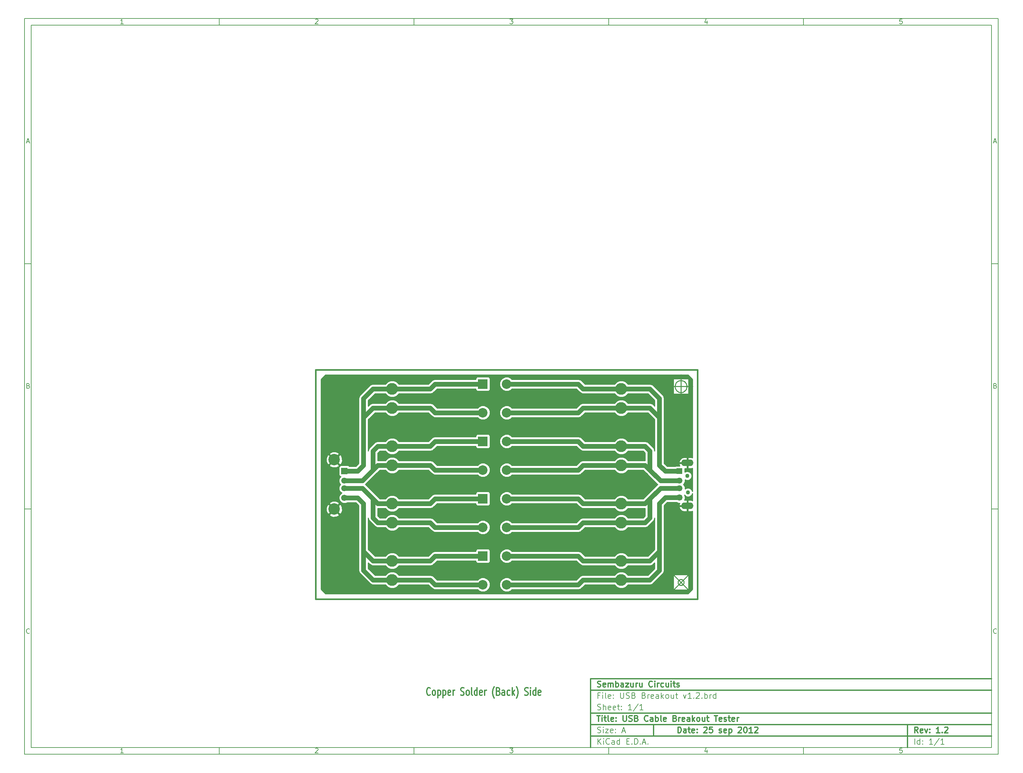
<source format=gbl>
G04 (created by PCBNEW-RS274X (2012-01-19 BZR 3256)-stable) date 25/09/2012 17:31:46*
G01*
G70*
G90*
%MOIN*%
G04 Gerber Fmt 3.4, Leading zero omitted, Abs format*
%FSLAX34Y34*%
G04 APERTURE LIST*
%ADD10C,0.006000*%
%ADD11C,0.012000*%
%ADD12C,0.010000*%
%ADD13C,0.015000*%
%ADD14R,0.100000X0.100000*%
%ADD15C,0.100000*%
%ADD16R,0.063200X0.063200*%
%ADD17O,0.066200X0.059100*%
%ADD18C,0.066200*%
%ADD19O,0.128400X0.069400*%
%ADD20C,0.043300*%
%ADD21R,0.066200X0.066200*%
%ADD22C,0.120600*%
%ADD23C,0.123000*%
%ADD24C,0.050000*%
G04 APERTURE END LIST*
G54D10*
X-30500Y36750D02*
X71500Y36750D01*
X71500Y-40250D01*
X-30500Y-40250D01*
X-30500Y36750D01*
X-29800Y36050D02*
X70800Y36050D01*
X70800Y-39550D01*
X-29800Y-39550D01*
X-29800Y36050D01*
X-10100Y36750D02*
X-10100Y36050D01*
X-20157Y36198D02*
X-20443Y36198D01*
X-20300Y36198D02*
X-20300Y36698D01*
X-20348Y36626D01*
X-20395Y36579D01*
X-20443Y36555D01*
X-10100Y-40250D02*
X-10100Y-39550D01*
X-20157Y-40102D02*
X-20443Y-40102D01*
X-20300Y-40102D02*
X-20300Y-39602D01*
X-20348Y-39674D01*
X-20395Y-39721D01*
X-20443Y-39745D01*
X10300Y36750D02*
X10300Y36050D01*
X-00043Y36650D02*
X-00019Y36674D01*
X00029Y36698D01*
X00148Y36698D01*
X00195Y36674D01*
X00219Y36650D01*
X00243Y36602D01*
X00243Y36555D01*
X00219Y36483D01*
X-00067Y36198D01*
X00243Y36198D01*
X10300Y-40250D02*
X10300Y-39550D01*
X-00043Y-39650D02*
X-00019Y-39626D01*
X00029Y-39602D01*
X00148Y-39602D01*
X00195Y-39626D01*
X00219Y-39650D01*
X00243Y-39698D01*
X00243Y-39745D01*
X00219Y-39817D01*
X-00067Y-40102D01*
X00243Y-40102D01*
X30700Y36750D02*
X30700Y36050D01*
X20333Y36698D02*
X20643Y36698D01*
X20476Y36507D01*
X20548Y36507D01*
X20595Y36483D01*
X20619Y36460D01*
X20643Y36412D01*
X20643Y36293D01*
X20619Y36245D01*
X20595Y36221D01*
X20548Y36198D01*
X20405Y36198D01*
X20357Y36221D01*
X20333Y36245D01*
X30700Y-40250D02*
X30700Y-39550D01*
X20333Y-39602D02*
X20643Y-39602D01*
X20476Y-39793D01*
X20548Y-39793D01*
X20595Y-39817D01*
X20619Y-39840D01*
X20643Y-39888D01*
X20643Y-40007D01*
X20619Y-40055D01*
X20595Y-40079D01*
X20548Y-40102D01*
X20405Y-40102D01*
X20357Y-40079D01*
X20333Y-40055D01*
X51100Y36750D02*
X51100Y36050D01*
X40995Y36531D02*
X40995Y36198D01*
X40876Y36721D02*
X40757Y36364D01*
X41067Y36364D01*
X51100Y-40250D02*
X51100Y-39550D01*
X40995Y-39769D02*
X40995Y-40102D01*
X40876Y-39579D02*
X40757Y-39936D01*
X41067Y-39936D01*
X61419Y36698D02*
X61181Y36698D01*
X61157Y36460D01*
X61181Y36483D01*
X61229Y36507D01*
X61348Y36507D01*
X61395Y36483D01*
X61419Y36460D01*
X61443Y36412D01*
X61443Y36293D01*
X61419Y36245D01*
X61395Y36221D01*
X61348Y36198D01*
X61229Y36198D01*
X61181Y36221D01*
X61157Y36245D01*
X61419Y-39602D02*
X61181Y-39602D01*
X61157Y-39840D01*
X61181Y-39817D01*
X61229Y-39793D01*
X61348Y-39793D01*
X61395Y-39817D01*
X61419Y-39840D01*
X61443Y-39888D01*
X61443Y-40007D01*
X61419Y-40055D01*
X61395Y-40079D01*
X61348Y-40102D01*
X61229Y-40102D01*
X61181Y-40079D01*
X61157Y-40055D01*
X-30500Y11090D02*
X-29800Y11090D01*
X-30269Y23860D02*
X-30031Y23860D01*
X-30316Y23718D02*
X-30150Y24218D01*
X-29983Y23718D01*
X71500Y11090D02*
X70800Y11090D01*
X71031Y23860D02*
X71269Y23860D01*
X70984Y23718D02*
X71150Y24218D01*
X71317Y23718D01*
X-30500Y-14570D02*
X-29800Y-14570D01*
X-30114Y-01680D02*
X-30043Y-01704D01*
X-30019Y-01728D01*
X-29995Y-01776D01*
X-29995Y-01847D01*
X-30019Y-01895D01*
X-30043Y-01919D01*
X-30090Y-01942D01*
X-30281Y-01942D01*
X-30281Y-01442D01*
X-30114Y-01442D01*
X-30067Y-01466D01*
X-30043Y-01490D01*
X-30019Y-01538D01*
X-30019Y-01585D01*
X-30043Y-01633D01*
X-30067Y-01657D01*
X-30114Y-01680D01*
X-30281Y-01680D01*
X71500Y-14570D02*
X70800Y-14570D01*
X71186Y-01680D02*
X71257Y-01704D01*
X71281Y-01728D01*
X71305Y-01776D01*
X71305Y-01847D01*
X71281Y-01895D01*
X71257Y-01919D01*
X71210Y-01942D01*
X71019Y-01942D01*
X71019Y-01442D01*
X71186Y-01442D01*
X71233Y-01466D01*
X71257Y-01490D01*
X71281Y-01538D01*
X71281Y-01585D01*
X71257Y-01633D01*
X71233Y-01657D01*
X71186Y-01680D01*
X71019Y-01680D01*
X-29995Y-27555D02*
X-30019Y-27579D01*
X-30090Y-27602D01*
X-30138Y-27602D01*
X-30210Y-27579D01*
X-30257Y-27531D01*
X-30281Y-27483D01*
X-30305Y-27388D01*
X-30305Y-27317D01*
X-30281Y-27221D01*
X-30257Y-27174D01*
X-30210Y-27126D01*
X-30138Y-27102D01*
X-30090Y-27102D01*
X-30019Y-27126D01*
X-29995Y-27150D01*
X71305Y-27555D02*
X71281Y-27579D01*
X71210Y-27602D01*
X71162Y-27602D01*
X71090Y-27579D01*
X71043Y-27531D01*
X71019Y-27483D01*
X70995Y-27388D01*
X70995Y-27317D01*
X71019Y-27221D01*
X71043Y-27174D01*
X71090Y-27126D01*
X71162Y-27102D01*
X71210Y-27102D01*
X71281Y-27126D01*
X71305Y-27150D01*
G54D11*
X37943Y-37993D02*
X37943Y-37393D01*
X38086Y-37393D01*
X38171Y-37421D01*
X38229Y-37479D01*
X38257Y-37536D01*
X38286Y-37650D01*
X38286Y-37736D01*
X38257Y-37850D01*
X38229Y-37907D01*
X38171Y-37964D01*
X38086Y-37993D01*
X37943Y-37993D01*
X38800Y-37993D02*
X38800Y-37679D01*
X38771Y-37621D01*
X38714Y-37593D01*
X38600Y-37593D01*
X38543Y-37621D01*
X38800Y-37964D02*
X38743Y-37993D01*
X38600Y-37993D01*
X38543Y-37964D01*
X38514Y-37907D01*
X38514Y-37850D01*
X38543Y-37793D01*
X38600Y-37764D01*
X38743Y-37764D01*
X38800Y-37736D01*
X39000Y-37593D02*
X39229Y-37593D01*
X39086Y-37393D02*
X39086Y-37907D01*
X39114Y-37964D01*
X39172Y-37993D01*
X39229Y-37993D01*
X39657Y-37964D02*
X39600Y-37993D01*
X39486Y-37993D01*
X39429Y-37964D01*
X39400Y-37907D01*
X39400Y-37679D01*
X39429Y-37621D01*
X39486Y-37593D01*
X39600Y-37593D01*
X39657Y-37621D01*
X39686Y-37679D01*
X39686Y-37736D01*
X39400Y-37793D01*
X39943Y-37936D02*
X39971Y-37964D01*
X39943Y-37993D01*
X39914Y-37964D01*
X39943Y-37936D01*
X39943Y-37993D01*
X39943Y-37621D02*
X39971Y-37650D01*
X39943Y-37679D01*
X39914Y-37650D01*
X39943Y-37621D01*
X39943Y-37679D01*
X40657Y-37450D02*
X40686Y-37421D01*
X40743Y-37393D01*
X40886Y-37393D01*
X40943Y-37421D01*
X40972Y-37450D01*
X41000Y-37507D01*
X41000Y-37564D01*
X40972Y-37650D01*
X40629Y-37993D01*
X41000Y-37993D01*
X41543Y-37393D02*
X41257Y-37393D01*
X41228Y-37679D01*
X41257Y-37650D01*
X41314Y-37621D01*
X41457Y-37621D01*
X41514Y-37650D01*
X41543Y-37679D01*
X41571Y-37736D01*
X41571Y-37879D01*
X41543Y-37936D01*
X41514Y-37964D01*
X41457Y-37993D01*
X41314Y-37993D01*
X41257Y-37964D01*
X41228Y-37936D01*
X42256Y-37964D02*
X42313Y-37993D01*
X42428Y-37993D01*
X42485Y-37964D01*
X42513Y-37907D01*
X42513Y-37879D01*
X42485Y-37821D01*
X42428Y-37793D01*
X42342Y-37793D01*
X42285Y-37764D01*
X42256Y-37707D01*
X42256Y-37679D01*
X42285Y-37621D01*
X42342Y-37593D01*
X42428Y-37593D01*
X42485Y-37621D01*
X42999Y-37964D02*
X42942Y-37993D01*
X42828Y-37993D01*
X42771Y-37964D01*
X42742Y-37907D01*
X42742Y-37679D01*
X42771Y-37621D01*
X42828Y-37593D01*
X42942Y-37593D01*
X42999Y-37621D01*
X43028Y-37679D01*
X43028Y-37736D01*
X42742Y-37793D01*
X43285Y-37593D02*
X43285Y-38193D01*
X43285Y-37621D02*
X43342Y-37593D01*
X43456Y-37593D01*
X43513Y-37621D01*
X43542Y-37650D01*
X43571Y-37707D01*
X43571Y-37879D01*
X43542Y-37936D01*
X43513Y-37964D01*
X43456Y-37993D01*
X43342Y-37993D01*
X43285Y-37964D01*
X44256Y-37450D02*
X44285Y-37421D01*
X44342Y-37393D01*
X44485Y-37393D01*
X44542Y-37421D01*
X44571Y-37450D01*
X44599Y-37507D01*
X44599Y-37564D01*
X44571Y-37650D01*
X44228Y-37993D01*
X44599Y-37993D01*
X44970Y-37393D02*
X45027Y-37393D01*
X45084Y-37421D01*
X45113Y-37450D01*
X45142Y-37507D01*
X45170Y-37621D01*
X45170Y-37764D01*
X45142Y-37879D01*
X45113Y-37936D01*
X45084Y-37964D01*
X45027Y-37993D01*
X44970Y-37993D01*
X44913Y-37964D01*
X44884Y-37936D01*
X44856Y-37879D01*
X44827Y-37764D01*
X44827Y-37621D01*
X44856Y-37507D01*
X44884Y-37450D01*
X44913Y-37421D01*
X44970Y-37393D01*
X45741Y-37993D02*
X45398Y-37993D01*
X45570Y-37993D02*
X45570Y-37393D01*
X45513Y-37479D01*
X45455Y-37536D01*
X45398Y-37564D01*
X45969Y-37450D02*
X45998Y-37421D01*
X46055Y-37393D01*
X46198Y-37393D01*
X46255Y-37421D01*
X46284Y-37450D01*
X46312Y-37507D01*
X46312Y-37564D01*
X46284Y-37650D01*
X45941Y-37993D01*
X46312Y-37993D01*
G54D10*
X29543Y-39193D02*
X29543Y-38593D01*
X29886Y-39193D02*
X29629Y-38850D01*
X29886Y-38593D02*
X29543Y-38936D01*
X30143Y-39193D02*
X30143Y-38793D01*
X30143Y-38593D02*
X30114Y-38621D01*
X30143Y-38650D01*
X30171Y-38621D01*
X30143Y-38593D01*
X30143Y-38650D01*
X30772Y-39136D02*
X30743Y-39164D01*
X30657Y-39193D01*
X30600Y-39193D01*
X30515Y-39164D01*
X30457Y-39107D01*
X30429Y-39050D01*
X30400Y-38936D01*
X30400Y-38850D01*
X30429Y-38736D01*
X30457Y-38679D01*
X30515Y-38621D01*
X30600Y-38593D01*
X30657Y-38593D01*
X30743Y-38621D01*
X30772Y-38650D01*
X31286Y-39193D02*
X31286Y-38879D01*
X31257Y-38821D01*
X31200Y-38793D01*
X31086Y-38793D01*
X31029Y-38821D01*
X31286Y-39164D02*
X31229Y-39193D01*
X31086Y-39193D01*
X31029Y-39164D01*
X31000Y-39107D01*
X31000Y-39050D01*
X31029Y-38993D01*
X31086Y-38964D01*
X31229Y-38964D01*
X31286Y-38936D01*
X31829Y-39193D02*
X31829Y-38593D01*
X31829Y-39164D02*
X31772Y-39193D01*
X31658Y-39193D01*
X31600Y-39164D01*
X31572Y-39136D01*
X31543Y-39079D01*
X31543Y-38907D01*
X31572Y-38850D01*
X31600Y-38821D01*
X31658Y-38793D01*
X31772Y-38793D01*
X31829Y-38821D01*
X32572Y-38879D02*
X32772Y-38879D01*
X32858Y-39193D02*
X32572Y-39193D01*
X32572Y-38593D01*
X32858Y-38593D01*
X33115Y-39136D02*
X33143Y-39164D01*
X33115Y-39193D01*
X33086Y-39164D01*
X33115Y-39136D01*
X33115Y-39193D01*
X33401Y-39193D02*
X33401Y-38593D01*
X33544Y-38593D01*
X33629Y-38621D01*
X33687Y-38679D01*
X33715Y-38736D01*
X33744Y-38850D01*
X33744Y-38936D01*
X33715Y-39050D01*
X33687Y-39107D01*
X33629Y-39164D01*
X33544Y-39193D01*
X33401Y-39193D01*
X34001Y-39136D02*
X34029Y-39164D01*
X34001Y-39193D01*
X33972Y-39164D01*
X34001Y-39136D01*
X34001Y-39193D01*
X34258Y-39021D02*
X34544Y-39021D01*
X34201Y-39193D02*
X34401Y-38593D01*
X34601Y-39193D01*
X34801Y-39136D02*
X34829Y-39164D01*
X34801Y-39193D01*
X34772Y-39164D01*
X34801Y-39136D01*
X34801Y-39193D01*
G54D11*
X63086Y-37993D02*
X62886Y-37707D01*
X62743Y-37993D02*
X62743Y-37393D01*
X62971Y-37393D01*
X63029Y-37421D01*
X63057Y-37450D01*
X63086Y-37507D01*
X63086Y-37593D01*
X63057Y-37650D01*
X63029Y-37679D01*
X62971Y-37707D01*
X62743Y-37707D01*
X63571Y-37964D02*
X63514Y-37993D01*
X63400Y-37993D01*
X63343Y-37964D01*
X63314Y-37907D01*
X63314Y-37679D01*
X63343Y-37621D01*
X63400Y-37593D01*
X63514Y-37593D01*
X63571Y-37621D01*
X63600Y-37679D01*
X63600Y-37736D01*
X63314Y-37793D01*
X63800Y-37593D02*
X63943Y-37993D01*
X64085Y-37593D01*
X64314Y-37936D02*
X64342Y-37964D01*
X64314Y-37993D01*
X64285Y-37964D01*
X64314Y-37936D01*
X64314Y-37993D01*
X64314Y-37621D02*
X64342Y-37650D01*
X64314Y-37679D01*
X64285Y-37650D01*
X64314Y-37621D01*
X64314Y-37679D01*
X65371Y-37993D02*
X65028Y-37993D01*
X65200Y-37993D02*
X65200Y-37393D01*
X65143Y-37479D01*
X65085Y-37536D01*
X65028Y-37564D01*
X65628Y-37936D02*
X65656Y-37964D01*
X65628Y-37993D01*
X65599Y-37964D01*
X65628Y-37936D01*
X65628Y-37993D01*
X65885Y-37450D02*
X65914Y-37421D01*
X65971Y-37393D01*
X66114Y-37393D01*
X66171Y-37421D01*
X66200Y-37450D01*
X66228Y-37507D01*
X66228Y-37564D01*
X66200Y-37650D01*
X65857Y-37993D01*
X66228Y-37993D01*
G54D10*
X29514Y-37964D02*
X29600Y-37993D01*
X29743Y-37993D01*
X29800Y-37964D01*
X29829Y-37936D01*
X29857Y-37879D01*
X29857Y-37821D01*
X29829Y-37764D01*
X29800Y-37736D01*
X29743Y-37707D01*
X29629Y-37679D01*
X29571Y-37650D01*
X29543Y-37621D01*
X29514Y-37564D01*
X29514Y-37507D01*
X29543Y-37450D01*
X29571Y-37421D01*
X29629Y-37393D01*
X29771Y-37393D01*
X29857Y-37421D01*
X30114Y-37993D02*
X30114Y-37593D01*
X30114Y-37393D02*
X30085Y-37421D01*
X30114Y-37450D01*
X30142Y-37421D01*
X30114Y-37393D01*
X30114Y-37450D01*
X30343Y-37593D02*
X30657Y-37593D01*
X30343Y-37993D01*
X30657Y-37993D01*
X31114Y-37964D02*
X31057Y-37993D01*
X30943Y-37993D01*
X30886Y-37964D01*
X30857Y-37907D01*
X30857Y-37679D01*
X30886Y-37621D01*
X30943Y-37593D01*
X31057Y-37593D01*
X31114Y-37621D01*
X31143Y-37679D01*
X31143Y-37736D01*
X30857Y-37793D01*
X31400Y-37936D02*
X31428Y-37964D01*
X31400Y-37993D01*
X31371Y-37964D01*
X31400Y-37936D01*
X31400Y-37993D01*
X31400Y-37621D02*
X31428Y-37650D01*
X31400Y-37679D01*
X31371Y-37650D01*
X31400Y-37621D01*
X31400Y-37679D01*
X32114Y-37821D02*
X32400Y-37821D01*
X32057Y-37993D02*
X32257Y-37393D01*
X32457Y-37993D01*
X62743Y-39193D02*
X62743Y-38593D01*
X63286Y-39193D02*
X63286Y-38593D01*
X63286Y-39164D02*
X63229Y-39193D01*
X63115Y-39193D01*
X63057Y-39164D01*
X63029Y-39136D01*
X63000Y-39079D01*
X63000Y-38907D01*
X63029Y-38850D01*
X63057Y-38821D01*
X63115Y-38793D01*
X63229Y-38793D01*
X63286Y-38821D01*
X63572Y-39136D02*
X63600Y-39164D01*
X63572Y-39193D01*
X63543Y-39164D01*
X63572Y-39136D01*
X63572Y-39193D01*
X63572Y-38821D02*
X63600Y-38850D01*
X63572Y-38879D01*
X63543Y-38850D01*
X63572Y-38821D01*
X63572Y-38879D01*
X64629Y-39193D02*
X64286Y-39193D01*
X64458Y-39193D02*
X64458Y-38593D01*
X64401Y-38679D01*
X64343Y-38736D01*
X64286Y-38764D01*
X65314Y-38564D02*
X64800Y-39336D01*
X65829Y-39193D02*
X65486Y-39193D01*
X65658Y-39193D02*
X65658Y-38593D01*
X65601Y-38679D01*
X65543Y-38736D01*
X65486Y-38764D01*
G54D11*
X29457Y-36193D02*
X29800Y-36193D01*
X29629Y-36793D02*
X29629Y-36193D01*
X30000Y-36793D02*
X30000Y-36393D01*
X30000Y-36193D02*
X29971Y-36221D01*
X30000Y-36250D01*
X30028Y-36221D01*
X30000Y-36193D01*
X30000Y-36250D01*
X30200Y-36393D02*
X30429Y-36393D01*
X30286Y-36193D02*
X30286Y-36707D01*
X30314Y-36764D01*
X30372Y-36793D01*
X30429Y-36793D01*
X30715Y-36793D02*
X30657Y-36764D01*
X30629Y-36707D01*
X30629Y-36193D01*
X31171Y-36764D02*
X31114Y-36793D01*
X31000Y-36793D01*
X30943Y-36764D01*
X30914Y-36707D01*
X30914Y-36479D01*
X30943Y-36421D01*
X31000Y-36393D01*
X31114Y-36393D01*
X31171Y-36421D01*
X31200Y-36479D01*
X31200Y-36536D01*
X30914Y-36593D01*
X31457Y-36736D02*
X31485Y-36764D01*
X31457Y-36793D01*
X31428Y-36764D01*
X31457Y-36736D01*
X31457Y-36793D01*
X31457Y-36421D02*
X31485Y-36450D01*
X31457Y-36479D01*
X31428Y-36450D01*
X31457Y-36421D01*
X31457Y-36479D01*
X32200Y-36193D02*
X32200Y-36679D01*
X32228Y-36736D01*
X32257Y-36764D01*
X32314Y-36793D01*
X32428Y-36793D01*
X32486Y-36764D01*
X32514Y-36736D01*
X32543Y-36679D01*
X32543Y-36193D01*
X32800Y-36764D02*
X32886Y-36793D01*
X33029Y-36793D01*
X33086Y-36764D01*
X33115Y-36736D01*
X33143Y-36679D01*
X33143Y-36621D01*
X33115Y-36564D01*
X33086Y-36536D01*
X33029Y-36507D01*
X32915Y-36479D01*
X32857Y-36450D01*
X32829Y-36421D01*
X32800Y-36364D01*
X32800Y-36307D01*
X32829Y-36250D01*
X32857Y-36221D01*
X32915Y-36193D01*
X33057Y-36193D01*
X33143Y-36221D01*
X33600Y-36479D02*
X33686Y-36507D01*
X33714Y-36536D01*
X33743Y-36593D01*
X33743Y-36679D01*
X33714Y-36736D01*
X33686Y-36764D01*
X33628Y-36793D01*
X33400Y-36793D01*
X33400Y-36193D01*
X33600Y-36193D01*
X33657Y-36221D01*
X33686Y-36250D01*
X33714Y-36307D01*
X33714Y-36364D01*
X33686Y-36421D01*
X33657Y-36450D01*
X33600Y-36479D01*
X33400Y-36479D01*
X34800Y-36736D02*
X34771Y-36764D01*
X34685Y-36793D01*
X34628Y-36793D01*
X34543Y-36764D01*
X34485Y-36707D01*
X34457Y-36650D01*
X34428Y-36536D01*
X34428Y-36450D01*
X34457Y-36336D01*
X34485Y-36279D01*
X34543Y-36221D01*
X34628Y-36193D01*
X34685Y-36193D01*
X34771Y-36221D01*
X34800Y-36250D01*
X35314Y-36793D02*
X35314Y-36479D01*
X35285Y-36421D01*
X35228Y-36393D01*
X35114Y-36393D01*
X35057Y-36421D01*
X35314Y-36764D02*
X35257Y-36793D01*
X35114Y-36793D01*
X35057Y-36764D01*
X35028Y-36707D01*
X35028Y-36650D01*
X35057Y-36593D01*
X35114Y-36564D01*
X35257Y-36564D01*
X35314Y-36536D01*
X35600Y-36793D02*
X35600Y-36193D01*
X35600Y-36421D02*
X35657Y-36393D01*
X35771Y-36393D01*
X35828Y-36421D01*
X35857Y-36450D01*
X35886Y-36507D01*
X35886Y-36679D01*
X35857Y-36736D01*
X35828Y-36764D01*
X35771Y-36793D01*
X35657Y-36793D01*
X35600Y-36764D01*
X36229Y-36793D02*
X36171Y-36764D01*
X36143Y-36707D01*
X36143Y-36193D01*
X36685Y-36764D02*
X36628Y-36793D01*
X36514Y-36793D01*
X36457Y-36764D01*
X36428Y-36707D01*
X36428Y-36479D01*
X36457Y-36421D01*
X36514Y-36393D01*
X36628Y-36393D01*
X36685Y-36421D01*
X36714Y-36479D01*
X36714Y-36536D01*
X36428Y-36593D01*
X37628Y-36479D02*
X37714Y-36507D01*
X37742Y-36536D01*
X37771Y-36593D01*
X37771Y-36679D01*
X37742Y-36736D01*
X37714Y-36764D01*
X37656Y-36793D01*
X37428Y-36793D01*
X37428Y-36193D01*
X37628Y-36193D01*
X37685Y-36221D01*
X37714Y-36250D01*
X37742Y-36307D01*
X37742Y-36364D01*
X37714Y-36421D01*
X37685Y-36450D01*
X37628Y-36479D01*
X37428Y-36479D01*
X38028Y-36793D02*
X38028Y-36393D01*
X38028Y-36507D02*
X38056Y-36450D01*
X38085Y-36421D01*
X38142Y-36393D01*
X38199Y-36393D01*
X38627Y-36764D02*
X38570Y-36793D01*
X38456Y-36793D01*
X38399Y-36764D01*
X38370Y-36707D01*
X38370Y-36479D01*
X38399Y-36421D01*
X38456Y-36393D01*
X38570Y-36393D01*
X38627Y-36421D01*
X38656Y-36479D01*
X38656Y-36536D01*
X38370Y-36593D01*
X39170Y-36793D02*
X39170Y-36479D01*
X39141Y-36421D01*
X39084Y-36393D01*
X38970Y-36393D01*
X38913Y-36421D01*
X39170Y-36764D02*
X39113Y-36793D01*
X38970Y-36793D01*
X38913Y-36764D01*
X38884Y-36707D01*
X38884Y-36650D01*
X38913Y-36593D01*
X38970Y-36564D01*
X39113Y-36564D01*
X39170Y-36536D01*
X39456Y-36793D02*
X39456Y-36193D01*
X39513Y-36564D02*
X39684Y-36793D01*
X39684Y-36393D02*
X39456Y-36621D01*
X40028Y-36793D02*
X39970Y-36764D01*
X39942Y-36736D01*
X39913Y-36679D01*
X39913Y-36507D01*
X39942Y-36450D01*
X39970Y-36421D01*
X40028Y-36393D01*
X40113Y-36393D01*
X40170Y-36421D01*
X40199Y-36450D01*
X40228Y-36507D01*
X40228Y-36679D01*
X40199Y-36736D01*
X40170Y-36764D01*
X40113Y-36793D01*
X40028Y-36793D01*
X40742Y-36393D02*
X40742Y-36793D01*
X40485Y-36393D02*
X40485Y-36707D01*
X40513Y-36764D01*
X40571Y-36793D01*
X40656Y-36793D01*
X40713Y-36764D01*
X40742Y-36736D01*
X40942Y-36393D02*
X41171Y-36393D01*
X41028Y-36193D02*
X41028Y-36707D01*
X41056Y-36764D01*
X41114Y-36793D01*
X41171Y-36793D01*
X41742Y-36193D02*
X42085Y-36193D01*
X41914Y-36793D02*
X41914Y-36193D01*
X42513Y-36764D02*
X42456Y-36793D01*
X42342Y-36793D01*
X42285Y-36764D01*
X42256Y-36707D01*
X42256Y-36479D01*
X42285Y-36421D01*
X42342Y-36393D01*
X42456Y-36393D01*
X42513Y-36421D01*
X42542Y-36479D01*
X42542Y-36536D01*
X42256Y-36593D01*
X42770Y-36764D02*
X42827Y-36793D01*
X42942Y-36793D01*
X42999Y-36764D01*
X43027Y-36707D01*
X43027Y-36679D01*
X42999Y-36621D01*
X42942Y-36593D01*
X42856Y-36593D01*
X42799Y-36564D01*
X42770Y-36507D01*
X42770Y-36479D01*
X42799Y-36421D01*
X42856Y-36393D01*
X42942Y-36393D01*
X42999Y-36421D01*
X43199Y-36393D02*
X43428Y-36393D01*
X43285Y-36193D02*
X43285Y-36707D01*
X43313Y-36764D01*
X43371Y-36793D01*
X43428Y-36793D01*
X43856Y-36764D02*
X43799Y-36793D01*
X43685Y-36793D01*
X43628Y-36764D01*
X43599Y-36707D01*
X43599Y-36479D01*
X43628Y-36421D01*
X43685Y-36393D01*
X43799Y-36393D01*
X43856Y-36421D01*
X43885Y-36479D01*
X43885Y-36536D01*
X43599Y-36593D01*
X44142Y-36793D02*
X44142Y-36393D01*
X44142Y-36507D02*
X44170Y-36450D01*
X44199Y-36421D01*
X44256Y-36393D01*
X44313Y-36393D01*
G54D10*
X29743Y-34079D02*
X29543Y-34079D01*
X29543Y-34393D02*
X29543Y-33793D01*
X29829Y-33793D01*
X30057Y-34393D02*
X30057Y-33993D01*
X30057Y-33793D02*
X30028Y-33821D01*
X30057Y-33850D01*
X30085Y-33821D01*
X30057Y-33793D01*
X30057Y-33850D01*
X30429Y-34393D02*
X30371Y-34364D01*
X30343Y-34307D01*
X30343Y-33793D01*
X30885Y-34364D02*
X30828Y-34393D01*
X30714Y-34393D01*
X30657Y-34364D01*
X30628Y-34307D01*
X30628Y-34079D01*
X30657Y-34021D01*
X30714Y-33993D01*
X30828Y-33993D01*
X30885Y-34021D01*
X30914Y-34079D01*
X30914Y-34136D01*
X30628Y-34193D01*
X31171Y-34336D02*
X31199Y-34364D01*
X31171Y-34393D01*
X31142Y-34364D01*
X31171Y-34336D01*
X31171Y-34393D01*
X31171Y-34021D02*
X31199Y-34050D01*
X31171Y-34079D01*
X31142Y-34050D01*
X31171Y-34021D01*
X31171Y-34079D01*
X31914Y-33793D02*
X31914Y-34279D01*
X31942Y-34336D01*
X31971Y-34364D01*
X32028Y-34393D01*
X32142Y-34393D01*
X32200Y-34364D01*
X32228Y-34336D01*
X32257Y-34279D01*
X32257Y-33793D01*
X32514Y-34364D02*
X32600Y-34393D01*
X32743Y-34393D01*
X32800Y-34364D01*
X32829Y-34336D01*
X32857Y-34279D01*
X32857Y-34221D01*
X32829Y-34164D01*
X32800Y-34136D01*
X32743Y-34107D01*
X32629Y-34079D01*
X32571Y-34050D01*
X32543Y-34021D01*
X32514Y-33964D01*
X32514Y-33907D01*
X32543Y-33850D01*
X32571Y-33821D01*
X32629Y-33793D01*
X32771Y-33793D01*
X32857Y-33821D01*
X33314Y-34079D02*
X33400Y-34107D01*
X33428Y-34136D01*
X33457Y-34193D01*
X33457Y-34279D01*
X33428Y-34336D01*
X33400Y-34364D01*
X33342Y-34393D01*
X33114Y-34393D01*
X33114Y-33793D01*
X33314Y-33793D01*
X33371Y-33821D01*
X33400Y-33850D01*
X33428Y-33907D01*
X33428Y-33964D01*
X33400Y-34021D01*
X33371Y-34050D01*
X33314Y-34079D01*
X33114Y-34079D01*
X34371Y-34079D02*
X34457Y-34107D01*
X34485Y-34136D01*
X34514Y-34193D01*
X34514Y-34279D01*
X34485Y-34336D01*
X34457Y-34364D01*
X34399Y-34393D01*
X34171Y-34393D01*
X34171Y-33793D01*
X34371Y-33793D01*
X34428Y-33821D01*
X34457Y-33850D01*
X34485Y-33907D01*
X34485Y-33964D01*
X34457Y-34021D01*
X34428Y-34050D01*
X34371Y-34079D01*
X34171Y-34079D01*
X34771Y-34393D02*
X34771Y-33993D01*
X34771Y-34107D02*
X34799Y-34050D01*
X34828Y-34021D01*
X34885Y-33993D01*
X34942Y-33993D01*
X35370Y-34364D02*
X35313Y-34393D01*
X35199Y-34393D01*
X35142Y-34364D01*
X35113Y-34307D01*
X35113Y-34079D01*
X35142Y-34021D01*
X35199Y-33993D01*
X35313Y-33993D01*
X35370Y-34021D01*
X35399Y-34079D01*
X35399Y-34136D01*
X35113Y-34193D01*
X35913Y-34393D02*
X35913Y-34079D01*
X35884Y-34021D01*
X35827Y-33993D01*
X35713Y-33993D01*
X35656Y-34021D01*
X35913Y-34364D02*
X35856Y-34393D01*
X35713Y-34393D01*
X35656Y-34364D01*
X35627Y-34307D01*
X35627Y-34250D01*
X35656Y-34193D01*
X35713Y-34164D01*
X35856Y-34164D01*
X35913Y-34136D01*
X36199Y-34393D02*
X36199Y-33793D01*
X36256Y-34164D02*
X36427Y-34393D01*
X36427Y-33993D02*
X36199Y-34221D01*
X36771Y-34393D02*
X36713Y-34364D01*
X36685Y-34336D01*
X36656Y-34279D01*
X36656Y-34107D01*
X36685Y-34050D01*
X36713Y-34021D01*
X36771Y-33993D01*
X36856Y-33993D01*
X36913Y-34021D01*
X36942Y-34050D01*
X36971Y-34107D01*
X36971Y-34279D01*
X36942Y-34336D01*
X36913Y-34364D01*
X36856Y-34393D01*
X36771Y-34393D01*
X37485Y-33993D02*
X37485Y-34393D01*
X37228Y-33993D02*
X37228Y-34307D01*
X37256Y-34364D01*
X37314Y-34393D01*
X37399Y-34393D01*
X37456Y-34364D01*
X37485Y-34336D01*
X37685Y-33993D02*
X37914Y-33993D01*
X37771Y-33793D02*
X37771Y-34307D01*
X37799Y-34364D01*
X37857Y-34393D01*
X37914Y-34393D01*
X38514Y-33993D02*
X38657Y-34393D01*
X38799Y-33993D01*
X39342Y-34393D02*
X38999Y-34393D01*
X39171Y-34393D02*
X39171Y-33793D01*
X39114Y-33879D01*
X39056Y-33936D01*
X38999Y-33964D01*
X39599Y-34336D02*
X39627Y-34364D01*
X39599Y-34393D01*
X39570Y-34364D01*
X39599Y-34336D01*
X39599Y-34393D01*
X39856Y-33850D02*
X39885Y-33821D01*
X39942Y-33793D01*
X40085Y-33793D01*
X40142Y-33821D01*
X40171Y-33850D01*
X40199Y-33907D01*
X40199Y-33964D01*
X40171Y-34050D01*
X39828Y-34393D01*
X40199Y-34393D01*
X40456Y-34336D02*
X40484Y-34364D01*
X40456Y-34393D01*
X40427Y-34364D01*
X40456Y-34336D01*
X40456Y-34393D01*
X40742Y-34393D02*
X40742Y-33793D01*
X40742Y-34021D02*
X40799Y-33993D01*
X40913Y-33993D01*
X40970Y-34021D01*
X40999Y-34050D01*
X41028Y-34107D01*
X41028Y-34279D01*
X40999Y-34336D01*
X40970Y-34364D01*
X40913Y-34393D01*
X40799Y-34393D01*
X40742Y-34364D01*
X41285Y-34393D02*
X41285Y-33993D01*
X41285Y-34107D02*
X41313Y-34050D01*
X41342Y-34021D01*
X41399Y-33993D01*
X41456Y-33993D01*
X41913Y-34393D02*
X41913Y-33793D01*
X41913Y-34364D02*
X41856Y-34393D01*
X41742Y-34393D01*
X41684Y-34364D01*
X41656Y-34336D01*
X41627Y-34279D01*
X41627Y-34107D01*
X41656Y-34050D01*
X41684Y-34021D01*
X41742Y-33993D01*
X41856Y-33993D01*
X41913Y-34021D01*
X29514Y-35564D02*
X29600Y-35593D01*
X29743Y-35593D01*
X29800Y-35564D01*
X29829Y-35536D01*
X29857Y-35479D01*
X29857Y-35421D01*
X29829Y-35364D01*
X29800Y-35336D01*
X29743Y-35307D01*
X29629Y-35279D01*
X29571Y-35250D01*
X29543Y-35221D01*
X29514Y-35164D01*
X29514Y-35107D01*
X29543Y-35050D01*
X29571Y-35021D01*
X29629Y-34993D01*
X29771Y-34993D01*
X29857Y-35021D01*
X30114Y-35593D02*
X30114Y-34993D01*
X30371Y-35593D02*
X30371Y-35279D01*
X30342Y-35221D01*
X30285Y-35193D01*
X30200Y-35193D01*
X30142Y-35221D01*
X30114Y-35250D01*
X30885Y-35564D02*
X30828Y-35593D01*
X30714Y-35593D01*
X30657Y-35564D01*
X30628Y-35507D01*
X30628Y-35279D01*
X30657Y-35221D01*
X30714Y-35193D01*
X30828Y-35193D01*
X30885Y-35221D01*
X30914Y-35279D01*
X30914Y-35336D01*
X30628Y-35393D01*
X31399Y-35564D02*
X31342Y-35593D01*
X31228Y-35593D01*
X31171Y-35564D01*
X31142Y-35507D01*
X31142Y-35279D01*
X31171Y-35221D01*
X31228Y-35193D01*
X31342Y-35193D01*
X31399Y-35221D01*
X31428Y-35279D01*
X31428Y-35336D01*
X31142Y-35393D01*
X31599Y-35193D02*
X31828Y-35193D01*
X31685Y-34993D02*
X31685Y-35507D01*
X31713Y-35564D01*
X31771Y-35593D01*
X31828Y-35593D01*
X32028Y-35536D02*
X32056Y-35564D01*
X32028Y-35593D01*
X31999Y-35564D01*
X32028Y-35536D01*
X32028Y-35593D01*
X32028Y-35221D02*
X32056Y-35250D01*
X32028Y-35279D01*
X31999Y-35250D01*
X32028Y-35221D01*
X32028Y-35279D01*
X33085Y-35593D02*
X32742Y-35593D01*
X32914Y-35593D02*
X32914Y-34993D01*
X32857Y-35079D01*
X32799Y-35136D01*
X32742Y-35164D01*
X33770Y-34964D02*
X33256Y-35736D01*
X34285Y-35593D02*
X33942Y-35593D01*
X34114Y-35593D02*
X34114Y-34993D01*
X34057Y-35079D01*
X33999Y-35136D01*
X33942Y-35164D01*
G54D11*
X29514Y-33164D02*
X29600Y-33193D01*
X29743Y-33193D01*
X29800Y-33164D01*
X29829Y-33136D01*
X29857Y-33079D01*
X29857Y-33021D01*
X29829Y-32964D01*
X29800Y-32936D01*
X29743Y-32907D01*
X29629Y-32879D01*
X29571Y-32850D01*
X29543Y-32821D01*
X29514Y-32764D01*
X29514Y-32707D01*
X29543Y-32650D01*
X29571Y-32621D01*
X29629Y-32593D01*
X29771Y-32593D01*
X29857Y-32621D01*
X30342Y-33164D02*
X30285Y-33193D01*
X30171Y-33193D01*
X30114Y-33164D01*
X30085Y-33107D01*
X30085Y-32879D01*
X30114Y-32821D01*
X30171Y-32793D01*
X30285Y-32793D01*
X30342Y-32821D01*
X30371Y-32879D01*
X30371Y-32936D01*
X30085Y-32993D01*
X30628Y-33193D02*
X30628Y-32793D01*
X30628Y-32850D02*
X30656Y-32821D01*
X30714Y-32793D01*
X30799Y-32793D01*
X30856Y-32821D01*
X30885Y-32879D01*
X30885Y-33193D01*
X30885Y-32879D02*
X30914Y-32821D01*
X30971Y-32793D01*
X31056Y-32793D01*
X31114Y-32821D01*
X31142Y-32879D01*
X31142Y-33193D01*
X31428Y-33193D02*
X31428Y-32593D01*
X31428Y-32821D02*
X31485Y-32793D01*
X31599Y-32793D01*
X31656Y-32821D01*
X31685Y-32850D01*
X31714Y-32907D01*
X31714Y-33079D01*
X31685Y-33136D01*
X31656Y-33164D01*
X31599Y-33193D01*
X31485Y-33193D01*
X31428Y-33164D01*
X32228Y-33193D02*
X32228Y-32879D01*
X32199Y-32821D01*
X32142Y-32793D01*
X32028Y-32793D01*
X31971Y-32821D01*
X32228Y-33164D02*
X32171Y-33193D01*
X32028Y-33193D01*
X31971Y-33164D01*
X31942Y-33107D01*
X31942Y-33050D01*
X31971Y-32993D01*
X32028Y-32964D01*
X32171Y-32964D01*
X32228Y-32936D01*
X32457Y-32793D02*
X32771Y-32793D01*
X32457Y-33193D01*
X32771Y-33193D01*
X33257Y-32793D02*
X33257Y-33193D01*
X33000Y-32793D02*
X33000Y-33107D01*
X33028Y-33164D01*
X33086Y-33193D01*
X33171Y-33193D01*
X33228Y-33164D01*
X33257Y-33136D01*
X33543Y-33193D02*
X33543Y-32793D01*
X33543Y-32907D02*
X33571Y-32850D01*
X33600Y-32821D01*
X33657Y-32793D01*
X33714Y-32793D01*
X34171Y-32793D02*
X34171Y-33193D01*
X33914Y-32793D02*
X33914Y-33107D01*
X33942Y-33164D01*
X34000Y-33193D01*
X34085Y-33193D01*
X34142Y-33164D01*
X34171Y-33136D01*
X35257Y-33136D02*
X35228Y-33164D01*
X35142Y-33193D01*
X35085Y-33193D01*
X35000Y-33164D01*
X34942Y-33107D01*
X34914Y-33050D01*
X34885Y-32936D01*
X34885Y-32850D01*
X34914Y-32736D01*
X34942Y-32679D01*
X35000Y-32621D01*
X35085Y-32593D01*
X35142Y-32593D01*
X35228Y-32621D01*
X35257Y-32650D01*
X35514Y-33193D02*
X35514Y-32793D01*
X35514Y-32593D02*
X35485Y-32621D01*
X35514Y-32650D01*
X35542Y-32621D01*
X35514Y-32593D01*
X35514Y-32650D01*
X35800Y-33193D02*
X35800Y-32793D01*
X35800Y-32907D02*
X35828Y-32850D01*
X35857Y-32821D01*
X35914Y-32793D01*
X35971Y-32793D01*
X36428Y-33164D02*
X36371Y-33193D01*
X36257Y-33193D01*
X36199Y-33164D01*
X36171Y-33136D01*
X36142Y-33079D01*
X36142Y-32907D01*
X36171Y-32850D01*
X36199Y-32821D01*
X36257Y-32793D01*
X36371Y-32793D01*
X36428Y-32821D01*
X36942Y-32793D02*
X36942Y-33193D01*
X36685Y-32793D02*
X36685Y-33107D01*
X36713Y-33164D01*
X36771Y-33193D01*
X36856Y-33193D01*
X36913Y-33164D01*
X36942Y-33136D01*
X37228Y-33193D02*
X37228Y-32793D01*
X37228Y-32593D02*
X37199Y-32621D01*
X37228Y-32650D01*
X37256Y-32621D01*
X37228Y-32593D01*
X37228Y-32650D01*
X37428Y-32793D02*
X37657Y-32793D01*
X37514Y-32593D02*
X37514Y-33107D01*
X37542Y-33164D01*
X37600Y-33193D01*
X37657Y-33193D01*
X37828Y-33164D02*
X37885Y-33193D01*
X38000Y-33193D01*
X38057Y-33164D01*
X38085Y-33107D01*
X38085Y-33079D01*
X38057Y-33021D01*
X38000Y-32993D01*
X37914Y-32993D01*
X37857Y-32964D01*
X37828Y-32907D01*
X37828Y-32879D01*
X37857Y-32821D01*
X37914Y-32793D01*
X38000Y-32793D01*
X38057Y-32821D01*
X28800Y-32350D02*
X28800Y-39550D01*
X28800Y-33550D02*
X70800Y-33550D01*
X28800Y-32350D02*
X70800Y-32350D01*
X28800Y-35950D02*
X70800Y-35950D01*
X62000Y-37150D02*
X62000Y-39550D01*
X28800Y-38350D02*
X70800Y-38350D01*
X28800Y-37150D02*
X70800Y-37150D01*
X35400Y-37150D02*
X35400Y-38350D01*
X11986Y-33998D02*
X11957Y-34036D01*
X11871Y-34074D01*
X11814Y-34074D01*
X11729Y-34036D01*
X11671Y-33960D01*
X11643Y-33883D01*
X11614Y-33731D01*
X11614Y-33617D01*
X11643Y-33464D01*
X11671Y-33388D01*
X11729Y-33312D01*
X11814Y-33274D01*
X11871Y-33274D01*
X11957Y-33312D01*
X11986Y-33350D01*
X12329Y-34074D02*
X12271Y-34036D01*
X12243Y-33998D01*
X12214Y-33921D01*
X12214Y-33693D01*
X12243Y-33617D01*
X12271Y-33579D01*
X12329Y-33540D01*
X12414Y-33540D01*
X12471Y-33579D01*
X12500Y-33617D01*
X12529Y-33693D01*
X12529Y-33921D01*
X12500Y-33998D01*
X12471Y-34036D01*
X12414Y-34074D01*
X12329Y-34074D01*
X12786Y-33540D02*
X12786Y-34340D01*
X12786Y-33579D02*
X12843Y-33540D01*
X12957Y-33540D01*
X13014Y-33579D01*
X13043Y-33617D01*
X13072Y-33693D01*
X13072Y-33921D01*
X13043Y-33998D01*
X13014Y-34036D01*
X12957Y-34074D01*
X12843Y-34074D01*
X12786Y-34036D01*
X13329Y-33540D02*
X13329Y-34340D01*
X13329Y-33579D02*
X13386Y-33540D01*
X13500Y-33540D01*
X13557Y-33579D01*
X13586Y-33617D01*
X13615Y-33693D01*
X13615Y-33921D01*
X13586Y-33998D01*
X13557Y-34036D01*
X13500Y-34074D01*
X13386Y-34074D01*
X13329Y-34036D01*
X14100Y-34036D02*
X14043Y-34074D01*
X13929Y-34074D01*
X13872Y-34036D01*
X13843Y-33960D01*
X13843Y-33655D01*
X13872Y-33579D01*
X13929Y-33540D01*
X14043Y-33540D01*
X14100Y-33579D01*
X14129Y-33655D01*
X14129Y-33731D01*
X13843Y-33807D01*
X14386Y-34074D02*
X14386Y-33540D01*
X14386Y-33693D02*
X14414Y-33617D01*
X14443Y-33579D01*
X14500Y-33540D01*
X14557Y-33540D01*
X15185Y-34036D02*
X15271Y-34074D01*
X15414Y-34074D01*
X15471Y-34036D01*
X15500Y-33998D01*
X15528Y-33921D01*
X15528Y-33845D01*
X15500Y-33769D01*
X15471Y-33731D01*
X15414Y-33693D01*
X15300Y-33655D01*
X15242Y-33617D01*
X15214Y-33579D01*
X15185Y-33502D01*
X15185Y-33426D01*
X15214Y-33350D01*
X15242Y-33312D01*
X15300Y-33274D01*
X15442Y-33274D01*
X15528Y-33312D01*
X15871Y-34074D02*
X15813Y-34036D01*
X15785Y-33998D01*
X15756Y-33921D01*
X15756Y-33693D01*
X15785Y-33617D01*
X15813Y-33579D01*
X15871Y-33540D01*
X15956Y-33540D01*
X16013Y-33579D01*
X16042Y-33617D01*
X16071Y-33693D01*
X16071Y-33921D01*
X16042Y-33998D01*
X16013Y-34036D01*
X15956Y-34074D01*
X15871Y-34074D01*
X16414Y-34074D02*
X16356Y-34036D01*
X16328Y-33960D01*
X16328Y-33274D01*
X16899Y-34074D02*
X16899Y-33274D01*
X16899Y-34036D02*
X16842Y-34074D01*
X16728Y-34074D01*
X16670Y-34036D01*
X16642Y-33998D01*
X16613Y-33921D01*
X16613Y-33693D01*
X16642Y-33617D01*
X16670Y-33579D01*
X16728Y-33540D01*
X16842Y-33540D01*
X16899Y-33579D01*
X17413Y-34036D02*
X17356Y-34074D01*
X17242Y-34074D01*
X17185Y-34036D01*
X17156Y-33960D01*
X17156Y-33655D01*
X17185Y-33579D01*
X17242Y-33540D01*
X17356Y-33540D01*
X17413Y-33579D01*
X17442Y-33655D01*
X17442Y-33731D01*
X17156Y-33807D01*
X17699Y-34074D02*
X17699Y-33540D01*
X17699Y-33693D02*
X17727Y-33617D01*
X17756Y-33579D01*
X17813Y-33540D01*
X17870Y-33540D01*
X18698Y-34379D02*
X18670Y-34340D01*
X18613Y-34226D01*
X18584Y-34150D01*
X18555Y-34036D01*
X18527Y-33845D01*
X18527Y-33693D01*
X18555Y-33502D01*
X18584Y-33388D01*
X18613Y-33312D01*
X18670Y-33198D01*
X18698Y-33160D01*
X19127Y-33655D02*
X19213Y-33693D01*
X19241Y-33731D01*
X19270Y-33807D01*
X19270Y-33921D01*
X19241Y-33998D01*
X19213Y-34036D01*
X19155Y-34074D01*
X18927Y-34074D01*
X18927Y-33274D01*
X19127Y-33274D01*
X19184Y-33312D01*
X19213Y-33350D01*
X19241Y-33426D01*
X19241Y-33502D01*
X19213Y-33579D01*
X19184Y-33617D01*
X19127Y-33655D01*
X18927Y-33655D01*
X19784Y-34074D02*
X19784Y-33655D01*
X19755Y-33579D01*
X19698Y-33540D01*
X19584Y-33540D01*
X19527Y-33579D01*
X19784Y-34036D02*
X19727Y-34074D01*
X19584Y-34074D01*
X19527Y-34036D01*
X19498Y-33960D01*
X19498Y-33883D01*
X19527Y-33807D01*
X19584Y-33769D01*
X19727Y-33769D01*
X19784Y-33731D01*
X20327Y-34036D02*
X20270Y-34074D01*
X20156Y-34074D01*
X20098Y-34036D01*
X20070Y-33998D01*
X20041Y-33921D01*
X20041Y-33693D01*
X20070Y-33617D01*
X20098Y-33579D01*
X20156Y-33540D01*
X20270Y-33540D01*
X20327Y-33579D01*
X20584Y-34074D02*
X20584Y-33274D01*
X20641Y-33769D02*
X20812Y-34074D01*
X20812Y-33540D02*
X20584Y-33845D01*
X21013Y-34379D02*
X21041Y-34340D01*
X21098Y-34226D01*
X21127Y-34150D01*
X21156Y-34036D01*
X21184Y-33845D01*
X21184Y-33693D01*
X21156Y-33502D01*
X21127Y-33388D01*
X21098Y-33312D01*
X21041Y-33198D01*
X21013Y-33160D01*
X21898Y-34036D02*
X21984Y-34074D01*
X22127Y-34074D01*
X22184Y-34036D01*
X22213Y-33998D01*
X22241Y-33921D01*
X22241Y-33845D01*
X22213Y-33769D01*
X22184Y-33731D01*
X22127Y-33693D01*
X22013Y-33655D01*
X21955Y-33617D01*
X21927Y-33579D01*
X21898Y-33502D01*
X21898Y-33426D01*
X21927Y-33350D01*
X21955Y-33312D01*
X22013Y-33274D01*
X22155Y-33274D01*
X22241Y-33312D01*
X22498Y-34074D02*
X22498Y-33540D01*
X22498Y-33274D02*
X22469Y-33312D01*
X22498Y-33350D01*
X22526Y-33312D01*
X22498Y-33274D01*
X22498Y-33350D01*
X23041Y-34074D02*
X23041Y-33274D01*
X23041Y-34036D02*
X22984Y-34074D01*
X22870Y-34074D01*
X22812Y-34036D01*
X22784Y-33998D01*
X22755Y-33921D01*
X22755Y-33693D01*
X22784Y-33617D01*
X22812Y-33579D01*
X22870Y-33540D01*
X22984Y-33540D01*
X23041Y-33579D01*
X23555Y-34036D02*
X23498Y-34074D01*
X23384Y-34074D01*
X23327Y-34036D01*
X23298Y-33960D01*
X23298Y-33655D01*
X23327Y-33579D01*
X23384Y-33540D01*
X23498Y-33540D01*
X23555Y-33579D01*
X23584Y-33655D01*
X23584Y-33731D01*
X23298Y-33807D01*
G54D12*
X38562Y-22250D02*
X38556Y-22310D01*
X38538Y-22368D01*
X38509Y-22422D01*
X38471Y-22469D01*
X38424Y-22508D01*
X38370Y-22537D01*
X38312Y-22555D01*
X38252Y-22561D01*
X38192Y-22556D01*
X38134Y-22539D01*
X38080Y-22511D01*
X38032Y-22472D01*
X37993Y-22426D01*
X37964Y-22372D01*
X37945Y-22314D01*
X37939Y-22254D01*
X37944Y-22194D01*
X37960Y-22136D01*
X37988Y-22081D01*
X38026Y-22034D01*
X38072Y-21994D01*
X38126Y-21965D01*
X38184Y-21946D01*
X38244Y-21939D01*
X38304Y-21943D01*
X38362Y-21960D01*
X38417Y-21987D01*
X38465Y-22025D01*
X38504Y-22071D01*
X38535Y-22124D01*
X38554Y-22181D01*
X38561Y-22242D01*
X38562Y-22250D01*
X37375Y-21375D02*
X39125Y-23125D01*
X37375Y-23125D02*
X39125Y-21375D01*
X38875Y-01750D02*
X38863Y-01871D01*
X38827Y-01988D01*
X38770Y-02095D01*
X38693Y-02190D01*
X38599Y-02268D01*
X38492Y-02326D01*
X38375Y-02362D01*
X38254Y-02374D01*
X38133Y-02363D01*
X38016Y-02329D01*
X37908Y-02272D01*
X37813Y-02196D01*
X37735Y-02103D01*
X37676Y-01996D01*
X37639Y-01879D01*
X37626Y-01758D01*
X37636Y-01638D01*
X37669Y-01520D01*
X37725Y-01412D01*
X37801Y-01316D01*
X37894Y-01237D01*
X38000Y-01178D01*
X38116Y-01140D01*
X38237Y-01126D01*
X38358Y-01135D01*
X38476Y-01168D01*
X38584Y-01223D01*
X38681Y-01298D01*
X38760Y-01390D01*
X38820Y-01496D01*
X38859Y-01612D01*
X38874Y-01733D01*
X38875Y-01750D01*
X37000Y-01750D02*
X39500Y-01750D01*
X38250Y-00500D02*
X38250Y-03000D01*
G54D13*
X40000Y-24000D02*
X00000Y-24000D01*
X00000Y00000D02*
X40000Y00000D01*
X00000Y-24000D02*
X00000Y00000D01*
X40000Y00000D02*
X40000Y-24000D01*
G54D14*
X17500Y-19500D03*
G54D15*
X20000Y-19500D03*
X17500Y-22500D03*
X20000Y-22500D03*
G54D14*
X17500Y-13500D03*
G54D15*
X20000Y-13500D03*
X17500Y-16500D03*
X20000Y-16500D03*
G54D14*
X17500Y-07500D03*
G54D15*
X20000Y-07500D03*
X17500Y-10500D03*
X20000Y-10500D03*
G54D14*
X17500Y-01500D03*
G54D15*
X20000Y-01500D03*
X17500Y-04500D03*
X20000Y-04500D03*
G54D16*
X38100Y-10622D03*
G54D17*
X38100Y-11606D03*
X38100Y-12394D03*
G54D18*
X38100Y-13378D03*
G54D19*
X38927Y-09756D03*
X38927Y-14244D03*
G54D20*
X38927Y-11114D03*
X38986Y-12827D03*
G54D18*
X03000Y-13400D03*
G54D17*
X03000Y-12400D03*
X03000Y-11600D03*
G54D21*
X03000Y-10600D03*
G54D22*
X01933Y-14587D03*
X01933Y-09413D03*
G54D23*
X08000Y-16000D03*
X08000Y-14000D03*
X32000Y-04000D03*
X32000Y-02000D03*
X08000Y-22000D03*
X08000Y-20000D03*
X08000Y-10000D03*
X08000Y-08000D03*
X32000Y-22000D03*
X32000Y-20000D03*
X32000Y-16000D03*
X32000Y-14000D03*
X32000Y-10000D03*
X32000Y-08000D03*
X08000Y-04000D03*
X08000Y-02000D03*
G54D24*
X06000Y-13500D02*
X06500Y-14000D01*
X06500Y-14000D02*
X08000Y-14000D01*
X03000Y-12400D02*
X04900Y-12400D01*
X06500Y-16000D02*
X08000Y-16000D01*
X06000Y-15500D02*
X06500Y-16000D01*
X06000Y-13500D02*
X06000Y-15500D01*
X04900Y-12400D02*
X06000Y-13500D01*
X08000Y-16000D02*
X12000Y-16000D01*
X12500Y-16500D02*
X17500Y-16500D01*
X12000Y-16000D02*
X12500Y-16500D01*
X08000Y-14000D02*
X12000Y-14000D01*
X12000Y-14000D02*
X12500Y-13500D01*
X12500Y-13500D02*
X17500Y-13500D01*
X34500Y-16000D02*
X32000Y-16000D01*
X27500Y-13500D02*
X20000Y-13500D01*
X28000Y-14000D02*
X27500Y-13500D01*
X32000Y-14000D02*
X28000Y-14000D01*
X28000Y-16000D02*
X27500Y-16500D01*
X27500Y-16500D02*
X20000Y-16500D01*
X32000Y-16000D02*
X28000Y-16000D01*
X34500Y-14000D02*
X32000Y-14000D01*
X38100Y-12394D02*
X36106Y-12394D01*
X35000Y-13500D02*
X34500Y-14000D01*
X35000Y-15500D02*
X34500Y-16000D01*
X35000Y-13500D02*
X35000Y-15500D01*
X36106Y-12394D02*
X35000Y-13500D01*
X12000Y-08000D02*
X12500Y-07500D01*
X12500Y-10500D02*
X17500Y-10500D01*
X08000Y-10000D02*
X12000Y-10000D01*
X06000Y-10500D02*
X06500Y-10000D01*
X03000Y-11600D02*
X04900Y-11600D01*
X12500Y-07500D02*
X17500Y-07500D01*
X08000Y-08000D02*
X12000Y-08000D01*
X06000Y-08500D02*
X06500Y-08000D01*
X04900Y-11600D02*
X06000Y-10500D01*
X06500Y-10000D02*
X08000Y-10000D01*
X12000Y-10000D02*
X12500Y-10500D01*
X06000Y-10500D02*
X06000Y-08500D01*
X06500Y-08000D02*
X08000Y-08000D01*
X28000Y-08000D02*
X27500Y-07500D01*
X27500Y-07500D02*
X20000Y-07500D01*
X32000Y-08000D02*
X28000Y-08000D01*
X27500Y-10500D02*
X20000Y-10500D01*
X28000Y-10000D02*
X27500Y-10500D01*
X32000Y-10000D02*
X28000Y-10000D01*
X36106Y-11606D02*
X35000Y-10500D01*
X35000Y-10500D02*
X35000Y-08500D01*
X35000Y-10500D02*
X34500Y-10000D01*
X35000Y-08500D02*
X34500Y-08000D01*
X34500Y-08000D02*
X32000Y-08000D01*
X38100Y-11606D02*
X36106Y-11606D01*
X34500Y-10000D02*
X32000Y-10000D01*
X05000Y-19000D02*
X05000Y-14500D01*
X08000Y-20000D02*
X12000Y-20000D01*
X05000Y-21000D02*
X06000Y-22000D01*
X12500Y-19500D02*
X17500Y-19500D01*
X12500Y-22500D02*
X17500Y-22500D01*
X08000Y-22000D02*
X12000Y-22000D01*
X04400Y-13400D02*
X05000Y-14000D01*
X12000Y-20000D02*
X12500Y-19500D01*
X08000Y-20000D02*
X06000Y-20000D01*
X05000Y-19000D02*
X06000Y-20000D01*
X06000Y-22000D02*
X08000Y-22000D01*
X03000Y-13400D02*
X04400Y-13400D01*
X05000Y-14000D02*
X05000Y-14500D01*
X12000Y-22000D02*
X12500Y-22500D01*
X05000Y-14500D02*
X05000Y-21000D01*
X36000Y-15000D02*
X36000Y-19000D01*
X35000Y-20000D02*
X32000Y-20000D01*
X36000Y-19000D02*
X35000Y-20000D01*
X38100Y-13378D02*
X36622Y-13378D01*
X35000Y-22000D02*
X32000Y-22000D01*
X36000Y-21000D02*
X35000Y-22000D01*
X36000Y-14000D02*
X36000Y-15000D01*
X36622Y-13378D02*
X36000Y-14000D01*
X36000Y-15000D02*
X36000Y-21000D01*
X32000Y-22000D02*
X28000Y-22000D01*
X27500Y-22500D02*
X20000Y-22500D01*
X28000Y-22000D02*
X27500Y-22500D01*
X32000Y-20000D02*
X28000Y-20000D01*
X28000Y-20000D02*
X27500Y-19500D01*
X27500Y-19500D02*
X20000Y-19500D01*
X12500Y-01500D02*
X17500Y-01500D01*
X08000Y-04000D02*
X12000Y-04000D01*
X06000Y-04000D02*
X08000Y-04000D01*
X12000Y-04000D02*
X12500Y-04500D01*
X05000Y-03000D02*
X06000Y-02000D01*
X12500Y-04500D02*
X17500Y-04500D01*
X04400Y-10600D02*
X05000Y-10000D01*
X12000Y-02000D02*
X12500Y-01500D01*
X05000Y-09000D02*
X05000Y-05000D01*
X06000Y-02000D02*
X08000Y-02000D01*
X03000Y-10600D02*
X04400Y-10600D01*
X08000Y-02000D02*
X12000Y-02000D01*
X05000Y-05000D02*
X06000Y-04000D01*
X05000Y-10000D02*
X05000Y-09000D01*
X05000Y-09000D02*
X05000Y-03000D01*
X28000Y-02000D02*
X27500Y-01500D01*
X27500Y-01500D02*
X20000Y-01500D01*
X32000Y-02000D02*
X28000Y-02000D01*
X27500Y-04500D02*
X20000Y-04500D01*
X28000Y-04000D02*
X27500Y-04500D01*
X32000Y-04000D02*
X28000Y-04000D01*
X36622Y-10622D02*
X36000Y-10000D01*
X36000Y-09500D02*
X36000Y-03000D01*
X36000Y-10000D02*
X36000Y-09500D01*
X36000Y-03000D02*
X35000Y-02000D01*
X35000Y-02000D02*
X32000Y-02000D01*
X38100Y-10622D02*
X36622Y-10622D01*
X36000Y-05000D02*
X35000Y-04000D01*
X35000Y-04000D02*
X32000Y-04000D01*
X36000Y-09500D02*
X36000Y-05000D01*
G54D10*
G36*
X39450Y-22979D02*
X39050Y-23379D01*
X39050Y-23050D01*
X39050Y-21450D01*
X38877Y-21450D01*
X38877Y-14841D01*
X38877Y-14294D01*
X38100Y-14294D01*
X38053Y-14386D01*
X38142Y-14597D01*
X38314Y-14758D01*
X38535Y-14841D01*
X38877Y-14841D01*
X38877Y-21450D01*
X37450Y-21450D01*
X37450Y-23050D01*
X39050Y-23050D01*
X39050Y-23379D01*
X38979Y-23450D01*
X18249Y-23450D01*
X18249Y-22650D01*
X18249Y-22352D01*
X18135Y-22077D01*
X17925Y-21866D01*
X17650Y-21751D01*
X17352Y-21751D01*
X17077Y-21865D01*
X16941Y-22000D01*
X12707Y-22000D01*
X12354Y-21646D01*
X12192Y-21538D01*
X12000Y-21499D01*
X11995Y-21500D01*
X08722Y-21500D01*
X08490Y-21268D01*
X08173Y-21136D01*
X07829Y-21136D01*
X07511Y-21267D01*
X07278Y-21500D01*
X06207Y-21500D01*
X05500Y-20792D01*
X05500Y-20207D01*
X05644Y-20351D01*
X05646Y-20354D01*
X05743Y-20418D01*
X05808Y-20462D01*
X05809Y-20462D01*
X06000Y-20500D01*
X07278Y-20500D01*
X07510Y-20732D01*
X07827Y-20864D01*
X08171Y-20864D01*
X08489Y-20733D01*
X08722Y-20500D01*
X11995Y-20500D01*
X12000Y-20501D01*
X12000Y-20500D01*
X12191Y-20462D01*
X12192Y-20462D01*
X12354Y-20354D01*
X12707Y-20000D01*
X16751Y-20000D01*
X16751Y-20049D01*
X16789Y-20141D01*
X16859Y-20211D01*
X16950Y-20249D01*
X17049Y-20249D01*
X18049Y-20249D01*
X18141Y-20211D01*
X18211Y-20141D01*
X18249Y-20050D01*
X18249Y-19951D01*
X18249Y-18951D01*
X18211Y-18859D01*
X18141Y-18789D01*
X18050Y-18751D01*
X17951Y-18751D01*
X16951Y-18751D01*
X16859Y-18789D01*
X16789Y-18859D01*
X16751Y-18950D01*
X16751Y-19000D01*
X12504Y-19000D01*
X12500Y-18999D01*
X12308Y-19038D01*
X12243Y-19081D01*
X12146Y-19146D01*
X12144Y-19148D01*
X11792Y-19500D01*
X08722Y-19500D01*
X08490Y-19268D01*
X08173Y-19136D01*
X07829Y-19136D01*
X07511Y-19267D01*
X07278Y-19500D01*
X06207Y-19500D01*
X05500Y-18792D01*
X05500Y-15504D01*
X05538Y-15692D01*
X05646Y-15854D01*
X06144Y-16351D01*
X06146Y-16354D01*
X06243Y-16418D01*
X06308Y-16462D01*
X06309Y-16462D01*
X06500Y-16501D01*
X06500Y-16500D01*
X06504Y-16500D01*
X07278Y-16500D01*
X07510Y-16732D01*
X07827Y-16864D01*
X08171Y-16864D01*
X08489Y-16733D01*
X08722Y-16500D01*
X11792Y-16500D01*
X12144Y-16851D01*
X12146Y-16854D01*
X12243Y-16918D01*
X12308Y-16962D01*
X12309Y-16962D01*
X12500Y-17001D01*
X12500Y-17000D01*
X12504Y-17000D01*
X16941Y-17000D01*
X17075Y-17134D01*
X17350Y-17249D01*
X17648Y-17249D01*
X17923Y-17135D01*
X18134Y-16925D01*
X18249Y-16650D01*
X18249Y-16352D01*
X18135Y-16077D01*
X17925Y-15866D01*
X17650Y-15751D01*
X17352Y-15751D01*
X17077Y-15865D01*
X16941Y-16000D01*
X12707Y-16000D01*
X12354Y-15646D01*
X12192Y-15538D01*
X12000Y-15499D01*
X11995Y-15500D01*
X08722Y-15500D01*
X08490Y-15268D01*
X08173Y-15136D01*
X07829Y-15136D01*
X07511Y-15267D01*
X07278Y-15500D01*
X06707Y-15500D01*
X06500Y-15292D01*
X06500Y-14501D01*
X06500Y-14500D01*
X06504Y-14500D01*
X07278Y-14500D01*
X07510Y-14732D01*
X07827Y-14864D01*
X08171Y-14864D01*
X08489Y-14733D01*
X08722Y-14500D01*
X11995Y-14500D01*
X12000Y-14501D01*
X12000Y-14500D01*
X12191Y-14462D01*
X12192Y-14462D01*
X12354Y-14354D01*
X12707Y-14000D01*
X16751Y-14000D01*
X16751Y-14049D01*
X16789Y-14141D01*
X16859Y-14211D01*
X16950Y-14249D01*
X17049Y-14249D01*
X18049Y-14249D01*
X18141Y-14211D01*
X18211Y-14141D01*
X18249Y-14050D01*
X18249Y-13951D01*
X18249Y-12951D01*
X18211Y-12859D01*
X18141Y-12789D01*
X18050Y-12751D01*
X17951Y-12751D01*
X16951Y-12751D01*
X16859Y-12789D01*
X16789Y-12859D01*
X16751Y-12950D01*
X16751Y-13000D01*
X12504Y-13000D01*
X12500Y-12999D01*
X12308Y-13038D01*
X12243Y-13081D01*
X12146Y-13146D01*
X12144Y-13148D01*
X11792Y-13500D01*
X08722Y-13500D01*
X08490Y-13268D01*
X08173Y-13136D01*
X07829Y-13136D01*
X07511Y-13267D01*
X07278Y-13500D01*
X06707Y-13500D01*
X06354Y-13146D01*
X06351Y-13144D01*
X05254Y-12046D01*
X05185Y-12000D01*
X05254Y-11954D01*
X06351Y-10855D01*
X06353Y-10854D01*
X06354Y-10854D01*
X06707Y-10500D01*
X07278Y-10500D01*
X07510Y-10732D01*
X07827Y-10864D01*
X08171Y-10864D01*
X08489Y-10733D01*
X08722Y-10500D01*
X11792Y-10500D01*
X12144Y-10851D01*
X12146Y-10854D01*
X12243Y-10918D01*
X12308Y-10962D01*
X12309Y-10962D01*
X12500Y-11001D01*
X12500Y-11000D01*
X12504Y-11000D01*
X16941Y-11000D01*
X17075Y-11134D01*
X17350Y-11249D01*
X17648Y-11249D01*
X17923Y-11135D01*
X18134Y-10925D01*
X18249Y-10650D01*
X18249Y-10352D01*
X18135Y-10077D01*
X17925Y-09866D01*
X17650Y-09751D01*
X17352Y-09751D01*
X17077Y-09865D01*
X16941Y-10000D01*
X12707Y-10000D01*
X12354Y-09646D01*
X12192Y-09538D01*
X12000Y-09499D01*
X11995Y-09500D01*
X08722Y-09500D01*
X08490Y-09268D01*
X08173Y-09136D01*
X07829Y-09136D01*
X07511Y-09267D01*
X07278Y-09500D01*
X06504Y-09500D01*
X06500Y-09499D01*
X06500Y-08707D01*
X06707Y-08500D01*
X07278Y-08500D01*
X07510Y-08732D01*
X07827Y-08864D01*
X08171Y-08864D01*
X08489Y-08733D01*
X08722Y-08500D01*
X11995Y-08500D01*
X12000Y-08501D01*
X12000Y-08500D01*
X12191Y-08462D01*
X12192Y-08462D01*
X12354Y-08354D01*
X12707Y-08000D01*
X16751Y-08000D01*
X16751Y-08049D01*
X16789Y-08141D01*
X16859Y-08211D01*
X16950Y-08249D01*
X17049Y-08249D01*
X18049Y-08249D01*
X18141Y-08211D01*
X18211Y-08141D01*
X18249Y-08050D01*
X18249Y-07951D01*
X18249Y-06951D01*
X18211Y-06859D01*
X18141Y-06789D01*
X18050Y-06751D01*
X17951Y-06751D01*
X16951Y-06751D01*
X16859Y-06789D01*
X16789Y-06859D01*
X16751Y-06950D01*
X16751Y-07000D01*
X12504Y-07000D01*
X12500Y-06999D01*
X12308Y-07038D01*
X12243Y-07081D01*
X12146Y-07146D01*
X12144Y-07148D01*
X11792Y-07500D01*
X08722Y-07500D01*
X08490Y-07268D01*
X08173Y-07136D01*
X07829Y-07136D01*
X07511Y-07267D01*
X07278Y-07500D01*
X06504Y-07500D01*
X06500Y-07499D01*
X06308Y-07538D01*
X06243Y-07581D01*
X06146Y-07646D01*
X06144Y-07648D01*
X05646Y-08146D01*
X05538Y-08308D01*
X05500Y-08495D01*
X05500Y-05207D01*
X06207Y-04500D01*
X07278Y-04500D01*
X07510Y-04732D01*
X07827Y-04864D01*
X08171Y-04864D01*
X08489Y-04733D01*
X08722Y-04500D01*
X11792Y-04500D01*
X12144Y-04851D01*
X12146Y-04854D01*
X12243Y-04918D01*
X12308Y-04962D01*
X12309Y-04962D01*
X12500Y-05001D01*
X12500Y-05000D01*
X12504Y-05000D01*
X16941Y-05000D01*
X17075Y-05134D01*
X17350Y-05249D01*
X17648Y-05249D01*
X17923Y-05135D01*
X18134Y-04925D01*
X18249Y-04650D01*
X18249Y-04352D01*
X18135Y-04077D01*
X17925Y-03866D01*
X17650Y-03751D01*
X17352Y-03751D01*
X17077Y-03865D01*
X16941Y-04000D01*
X12707Y-04000D01*
X12354Y-03646D01*
X12192Y-03538D01*
X12000Y-03499D01*
X11995Y-03500D01*
X08722Y-03500D01*
X08490Y-03268D01*
X08173Y-03136D01*
X07829Y-03136D01*
X07511Y-03267D01*
X07278Y-03500D01*
X06000Y-03500D01*
X05808Y-03538D01*
X05743Y-03581D01*
X05646Y-03646D01*
X05644Y-03648D01*
X05500Y-03792D01*
X05500Y-03207D01*
X06207Y-02500D01*
X07278Y-02500D01*
X07510Y-02732D01*
X07827Y-02864D01*
X08171Y-02864D01*
X08489Y-02733D01*
X08722Y-02500D01*
X11995Y-02500D01*
X12000Y-02501D01*
X12000Y-02500D01*
X12191Y-02462D01*
X12192Y-02462D01*
X12354Y-02354D01*
X12707Y-02000D01*
X16751Y-02000D01*
X16751Y-02049D01*
X16789Y-02141D01*
X16859Y-02211D01*
X16950Y-02249D01*
X17049Y-02249D01*
X18049Y-02249D01*
X18141Y-02211D01*
X18211Y-02141D01*
X18249Y-02050D01*
X18249Y-01951D01*
X18249Y-00951D01*
X18211Y-00859D01*
X18141Y-00789D01*
X18050Y-00751D01*
X17951Y-00751D01*
X16951Y-00751D01*
X16859Y-00789D01*
X16789Y-00859D01*
X16751Y-00950D01*
X16751Y-01000D01*
X12504Y-01000D01*
X12500Y-00999D01*
X12308Y-01038D01*
X12243Y-01081D01*
X12146Y-01146D01*
X12144Y-01148D01*
X11792Y-01500D01*
X08722Y-01500D01*
X08490Y-01268D01*
X08173Y-01136D01*
X07829Y-01136D01*
X07511Y-01267D01*
X07278Y-01500D01*
X06000Y-01500D01*
X05808Y-01538D01*
X05743Y-01581D01*
X05646Y-01646D01*
X05644Y-01648D01*
X04646Y-02646D01*
X04538Y-02808D01*
X04499Y-03000D01*
X04500Y-03004D01*
X04500Y-04995D01*
X04499Y-05000D01*
X04500Y-05004D01*
X04500Y-09000D01*
X04500Y-09792D01*
X04192Y-10100D01*
X03514Y-10100D01*
X03472Y-10058D01*
X03381Y-10020D01*
X03282Y-10020D01*
X02773Y-10020D01*
X02773Y-09563D01*
X02767Y-09230D01*
X02651Y-08953D01*
X02526Y-08890D01*
X02456Y-08960D01*
X02456Y-08820D01*
X02393Y-08695D01*
X02083Y-08573D01*
X01750Y-08579D01*
X01473Y-08695D01*
X01410Y-08820D01*
X01933Y-09342D01*
X02456Y-08820D01*
X02456Y-08960D01*
X02004Y-09413D01*
X02526Y-09936D01*
X02651Y-09873D01*
X02773Y-09563D01*
X02773Y-10020D01*
X02620Y-10020D01*
X02528Y-10058D01*
X02458Y-10128D01*
X02456Y-10132D01*
X02456Y-10006D01*
X01933Y-09484D01*
X01862Y-09554D01*
X01862Y-09413D01*
X01340Y-08890D01*
X01215Y-08953D01*
X01093Y-09263D01*
X01099Y-09596D01*
X01215Y-09873D01*
X01340Y-09936D01*
X01862Y-09413D01*
X01862Y-09554D01*
X01410Y-10006D01*
X01473Y-10131D01*
X01783Y-10253D01*
X02116Y-10247D01*
X02393Y-10131D01*
X02456Y-10006D01*
X02456Y-10132D01*
X02420Y-10219D01*
X02420Y-10318D01*
X02420Y-10980D01*
X02458Y-11072D01*
X02528Y-11142D01*
X02617Y-11179D01*
X02500Y-11297D01*
X02418Y-11493D01*
X02418Y-11706D01*
X02499Y-11903D01*
X02596Y-11999D01*
X02500Y-12097D01*
X02418Y-12293D01*
X02418Y-12506D01*
X02499Y-12703D01*
X02650Y-12853D01*
X02725Y-12884D01*
X02671Y-12907D01*
X02508Y-13070D01*
X02419Y-13284D01*
X02419Y-13515D01*
X02507Y-13729D01*
X02670Y-13892D01*
X02884Y-13981D01*
X03115Y-13981D01*
X03311Y-13900D01*
X04192Y-13900D01*
X04500Y-14207D01*
X04500Y-14500D01*
X04500Y-18995D01*
X04499Y-19000D01*
X04500Y-19004D01*
X04500Y-20995D01*
X04499Y-21000D01*
X04538Y-21192D01*
X04646Y-21354D01*
X05644Y-22351D01*
X05646Y-22354D01*
X05743Y-22418D01*
X05808Y-22462D01*
X05809Y-22462D01*
X06000Y-22500D01*
X07278Y-22500D01*
X07510Y-22732D01*
X07827Y-22864D01*
X08171Y-22864D01*
X08489Y-22733D01*
X08722Y-22500D01*
X11792Y-22500D01*
X12144Y-22851D01*
X12146Y-22854D01*
X12243Y-22918D01*
X12308Y-22962D01*
X12309Y-22962D01*
X12500Y-23001D01*
X12500Y-23000D01*
X12504Y-23000D01*
X16941Y-23000D01*
X17075Y-23134D01*
X17350Y-23249D01*
X17648Y-23249D01*
X17923Y-23135D01*
X18134Y-22925D01*
X18249Y-22650D01*
X18249Y-23450D01*
X02773Y-23450D01*
X02773Y-14737D01*
X02767Y-14404D01*
X02651Y-14127D01*
X02526Y-14064D01*
X02456Y-14134D01*
X02456Y-13994D01*
X02393Y-13869D01*
X02083Y-13747D01*
X01750Y-13753D01*
X01473Y-13869D01*
X01410Y-13994D01*
X01933Y-14516D01*
X02456Y-13994D01*
X02456Y-14134D01*
X02004Y-14587D01*
X02526Y-15110D01*
X02651Y-15047D01*
X02773Y-14737D01*
X02773Y-23450D01*
X02456Y-23450D01*
X02456Y-15180D01*
X01933Y-14658D01*
X01862Y-14728D01*
X01862Y-14587D01*
X01340Y-14064D01*
X01215Y-14127D01*
X01093Y-14437D01*
X01099Y-14770D01*
X01215Y-15047D01*
X01340Y-15110D01*
X01862Y-14587D01*
X01862Y-14728D01*
X01410Y-15180D01*
X01473Y-15305D01*
X01783Y-15427D01*
X02116Y-15421D01*
X02393Y-15305D01*
X02456Y-15180D01*
X02456Y-23450D01*
X01021Y-23450D01*
X00550Y-22979D01*
X00550Y-01021D01*
X01021Y-00550D01*
X38979Y-00550D01*
X39450Y-01021D01*
X39450Y-09208D01*
X39319Y-09159D01*
X39050Y-09159D01*
X39050Y-02550D01*
X39050Y-00950D01*
X37450Y-00950D01*
X37450Y-02550D01*
X39050Y-02550D01*
X39050Y-09159D01*
X38977Y-09159D01*
X38977Y-09656D01*
X38977Y-09706D01*
X38977Y-09806D01*
X38977Y-09856D01*
X38977Y-10353D01*
X39050Y-10353D01*
X39319Y-10353D01*
X39450Y-10303D01*
X39450Y-12730D01*
X39381Y-12564D01*
X39250Y-12432D01*
X39079Y-12361D01*
X39050Y-12361D01*
X38894Y-12361D01*
X38723Y-12432D01*
X38682Y-12472D01*
X38682Y-12288D01*
X38601Y-12091D01*
X38509Y-12000D01*
X38600Y-11909D01*
X38682Y-11713D01*
X38682Y-11516D01*
X38834Y-11580D01*
X39019Y-11580D01*
X39050Y-11567D01*
X39190Y-11509D01*
X39322Y-11378D01*
X39393Y-11207D01*
X39393Y-11022D01*
X39322Y-10851D01*
X39191Y-10719D01*
X39050Y-10660D01*
X39020Y-10648D01*
X38835Y-10648D01*
X38665Y-10718D01*
X38665Y-10353D01*
X38877Y-10353D01*
X38877Y-09806D01*
X38877Y-09706D01*
X38877Y-09159D01*
X38535Y-09159D01*
X38314Y-09242D01*
X38142Y-09403D01*
X38053Y-09614D01*
X38100Y-09706D01*
X38877Y-09706D01*
X38877Y-09806D01*
X38100Y-09806D01*
X38053Y-09898D01*
X38120Y-10057D01*
X37735Y-10057D01*
X37643Y-10095D01*
X37616Y-10122D01*
X36829Y-10122D01*
X36500Y-09792D01*
X36500Y-09500D01*
X36500Y-05000D01*
X36500Y-03000D01*
X36462Y-02809D01*
X36462Y-02808D01*
X36418Y-02743D01*
X36354Y-02646D01*
X36351Y-02644D01*
X35354Y-01646D01*
X35192Y-01538D01*
X35000Y-01499D01*
X34995Y-01500D01*
X32722Y-01500D01*
X32490Y-01268D01*
X32173Y-01136D01*
X31829Y-01136D01*
X31511Y-01267D01*
X31278Y-01500D01*
X28207Y-01500D01*
X27854Y-01146D01*
X27692Y-01038D01*
X27500Y-00999D01*
X27495Y-01000D01*
X20558Y-01000D01*
X20425Y-00866D01*
X20150Y-00751D01*
X19852Y-00751D01*
X19577Y-00865D01*
X19366Y-01075D01*
X19251Y-01350D01*
X19251Y-01648D01*
X19365Y-01923D01*
X19575Y-02134D01*
X19850Y-02249D01*
X20148Y-02249D01*
X20423Y-02135D01*
X20558Y-02000D01*
X27292Y-02000D01*
X27644Y-02351D01*
X27646Y-02354D01*
X27743Y-02418D01*
X27808Y-02462D01*
X27809Y-02462D01*
X28000Y-02501D01*
X28000Y-02500D01*
X28004Y-02500D01*
X31278Y-02500D01*
X31510Y-02732D01*
X31827Y-02864D01*
X32171Y-02864D01*
X32489Y-02733D01*
X32722Y-02500D01*
X34792Y-02500D01*
X35500Y-03207D01*
X35500Y-03792D01*
X35354Y-03646D01*
X35192Y-03538D01*
X35000Y-03499D01*
X34995Y-03500D01*
X32722Y-03500D01*
X32490Y-03268D01*
X32173Y-03136D01*
X31829Y-03136D01*
X31511Y-03267D01*
X31278Y-03500D01*
X28004Y-03500D01*
X28000Y-03499D01*
X27808Y-03538D01*
X27743Y-03581D01*
X27646Y-03646D01*
X27644Y-03648D01*
X27292Y-04000D01*
X20558Y-04000D01*
X20425Y-03866D01*
X20150Y-03751D01*
X19852Y-03751D01*
X19577Y-03865D01*
X19366Y-04075D01*
X19251Y-04350D01*
X19251Y-04648D01*
X19365Y-04923D01*
X19575Y-05134D01*
X19850Y-05249D01*
X20148Y-05249D01*
X20423Y-05135D01*
X20558Y-05000D01*
X27495Y-05000D01*
X27500Y-05001D01*
X27500Y-05000D01*
X27691Y-04962D01*
X27692Y-04962D01*
X27854Y-04854D01*
X28207Y-04500D01*
X31278Y-04500D01*
X31510Y-04732D01*
X31827Y-04864D01*
X32171Y-04864D01*
X32489Y-04733D01*
X32722Y-04500D01*
X34792Y-04500D01*
X35500Y-05207D01*
X35500Y-08495D01*
X35462Y-08309D01*
X35462Y-08308D01*
X35418Y-08243D01*
X35354Y-08146D01*
X35351Y-08144D01*
X34854Y-07646D01*
X34692Y-07538D01*
X34500Y-07499D01*
X34495Y-07500D01*
X32722Y-07500D01*
X32490Y-07268D01*
X32173Y-07136D01*
X31829Y-07136D01*
X31511Y-07267D01*
X31278Y-07500D01*
X28207Y-07500D01*
X27854Y-07146D01*
X27692Y-07038D01*
X27500Y-06999D01*
X27495Y-07000D01*
X20558Y-07000D01*
X20425Y-06866D01*
X20150Y-06751D01*
X19852Y-06751D01*
X19577Y-06865D01*
X19366Y-07075D01*
X19251Y-07350D01*
X19251Y-07648D01*
X19365Y-07923D01*
X19575Y-08134D01*
X19850Y-08249D01*
X20148Y-08249D01*
X20423Y-08135D01*
X20558Y-08000D01*
X27292Y-08000D01*
X27644Y-08351D01*
X27646Y-08354D01*
X27743Y-08418D01*
X27808Y-08462D01*
X27809Y-08462D01*
X28000Y-08501D01*
X28000Y-08500D01*
X28004Y-08500D01*
X31278Y-08500D01*
X31510Y-08732D01*
X31827Y-08864D01*
X32171Y-08864D01*
X32489Y-08733D01*
X32722Y-08500D01*
X34292Y-08500D01*
X34500Y-08707D01*
X34500Y-09499D01*
X34495Y-09500D01*
X32722Y-09500D01*
X32490Y-09268D01*
X32173Y-09136D01*
X31829Y-09136D01*
X31511Y-09267D01*
X31278Y-09500D01*
X28004Y-09500D01*
X28000Y-09499D01*
X27808Y-09538D01*
X27743Y-09581D01*
X27646Y-09646D01*
X27644Y-09648D01*
X27292Y-10000D01*
X20558Y-10000D01*
X20425Y-09866D01*
X20150Y-09751D01*
X19852Y-09751D01*
X19577Y-09865D01*
X19366Y-10075D01*
X19251Y-10350D01*
X19251Y-10648D01*
X19365Y-10923D01*
X19575Y-11134D01*
X19850Y-11249D01*
X20148Y-11249D01*
X20423Y-11135D01*
X20558Y-11000D01*
X27495Y-11000D01*
X27500Y-11001D01*
X27500Y-11000D01*
X27691Y-10962D01*
X27692Y-10962D01*
X27854Y-10854D01*
X28207Y-10500D01*
X31278Y-10500D01*
X31510Y-10732D01*
X31827Y-10864D01*
X32171Y-10864D01*
X32489Y-10733D01*
X32722Y-10500D01*
X34292Y-10500D01*
X34644Y-10851D01*
X34646Y-10854D01*
X35750Y-11957D01*
X35752Y-11960D01*
X35812Y-11999D01*
X35812Y-12000D01*
X35752Y-12040D01*
X35750Y-12042D01*
X34646Y-13146D01*
X34644Y-13148D01*
X34292Y-13500D01*
X32722Y-13500D01*
X32490Y-13268D01*
X32173Y-13136D01*
X31829Y-13136D01*
X31511Y-13267D01*
X31278Y-13500D01*
X28207Y-13500D01*
X27854Y-13146D01*
X27692Y-13038D01*
X27500Y-12999D01*
X27495Y-13000D01*
X20558Y-13000D01*
X20425Y-12866D01*
X20150Y-12751D01*
X19852Y-12751D01*
X19577Y-12865D01*
X19366Y-13075D01*
X19251Y-13350D01*
X19251Y-13648D01*
X19365Y-13923D01*
X19575Y-14134D01*
X19850Y-14249D01*
X20148Y-14249D01*
X20423Y-14135D01*
X20558Y-14000D01*
X27292Y-14000D01*
X27644Y-14351D01*
X27646Y-14354D01*
X27743Y-14418D01*
X27808Y-14462D01*
X27809Y-14462D01*
X28000Y-14501D01*
X28000Y-14500D01*
X28004Y-14500D01*
X31278Y-14500D01*
X31510Y-14732D01*
X31827Y-14864D01*
X32171Y-14864D01*
X32489Y-14733D01*
X32722Y-14500D01*
X34495Y-14500D01*
X34500Y-14501D01*
X34500Y-15292D01*
X34292Y-15500D01*
X32722Y-15500D01*
X32490Y-15268D01*
X32173Y-15136D01*
X31829Y-15136D01*
X31511Y-15267D01*
X31278Y-15500D01*
X28004Y-15500D01*
X28000Y-15499D01*
X27808Y-15538D01*
X27743Y-15581D01*
X27646Y-15646D01*
X27644Y-15648D01*
X27292Y-16000D01*
X20558Y-16000D01*
X20425Y-15866D01*
X20150Y-15751D01*
X19852Y-15751D01*
X19577Y-15865D01*
X19366Y-16075D01*
X19251Y-16350D01*
X19251Y-16648D01*
X19365Y-16923D01*
X19575Y-17134D01*
X19850Y-17249D01*
X20148Y-17249D01*
X20423Y-17135D01*
X20558Y-17000D01*
X27495Y-17000D01*
X27500Y-17001D01*
X27500Y-17000D01*
X27691Y-16962D01*
X27692Y-16962D01*
X27854Y-16854D01*
X28207Y-16500D01*
X31278Y-16500D01*
X31510Y-16732D01*
X31827Y-16864D01*
X32171Y-16864D01*
X32489Y-16733D01*
X32722Y-16500D01*
X34495Y-16500D01*
X34500Y-16501D01*
X34500Y-16500D01*
X34691Y-16462D01*
X34692Y-16462D01*
X34854Y-16354D01*
X35351Y-15855D01*
X35353Y-15854D01*
X35354Y-15854D01*
X35418Y-15756D01*
X35462Y-15692D01*
X35462Y-15691D01*
X35500Y-15504D01*
X35500Y-18792D01*
X34792Y-19500D01*
X32722Y-19500D01*
X32490Y-19268D01*
X32173Y-19136D01*
X31829Y-19136D01*
X31511Y-19267D01*
X31278Y-19500D01*
X28207Y-19500D01*
X27854Y-19146D01*
X27692Y-19038D01*
X27500Y-18999D01*
X27495Y-19000D01*
X20558Y-19000D01*
X20425Y-18866D01*
X20150Y-18751D01*
X19852Y-18751D01*
X19577Y-18865D01*
X19366Y-19075D01*
X19251Y-19350D01*
X19251Y-19648D01*
X19365Y-19923D01*
X19575Y-20134D01*
X19850Y-20249D01*
X20148Y-20249D01*
X20423Y-20135D01*
X20558Y-20000D01*
X27292Y-20000D01*
X27644Y-20351D01*
X27646Y-20354D01*
X27743Y-20418D01*
X27808Y-20462D01*
X27809Y-20462D01*
X28000Y-20501D01*
X28000Y-20500D01*
X28004Y-20500D01*
X31278Y-20500D01*
X31510Y-20732D01*
X31827Y-20864D01*
X32171Y-20864D01*
X32489Y-20733D01*
X32722Y-20500D01*
X34995Y-20500D01*
X35000Y-20501D01*
X35000Y-20500D01*
X35191Y-20462D01*
X35192Y-20462D01*
X35354Y-20354D01*
X35500Y-20207D01*
X35500Y-20792D01*
X34792Y-21500D01*
X32722Y-21500D01*
X32490Y-21268D01*
X32173Y-21136D01*
X31829Y-21136D01*
X31511Y-21267D01*
X31278Y-21500D01*
X28004Y-21500D01*
X28000Y-21499D01*
X27808Y-21538D01*
X27743Y-21581D01*
X27646Y-21646D01*
X27644Y-21648D01*
X27292Y-22000D01*
X20558Y-22000D01*
X20425Y-21866D01*
X20150Y-21751D01*
X19852Y-21751D01*
X19577Y-21865D01*
X19366Y-22075D01*
X19251Y-22350D01*
X19251Y-22648D01*
X19365Y-22923D01*
X19575Y-23134D01*
X19850Y-23249D01*
X20148Y-23249D01*
X20423Y-23135D01*
X20558Y-23000D01*
X27495Y-23000D01*
X27500Y-23001D01*
X27500Y-23000D01*
X27691Y-22962D01*
X27692Y-22962D01*
X27854Y-22854D01*
X28207Y-22500D01*
X31278Y-22500D01*
X31510Y-22732D01*
X31827Y-22864D01*
X32171Y-22864D01*
X32489Y-22733D01*
X32722Y-22500D01*
X34995Y-22500D01*
X35000Y-22501D01*
X35000Y-22500D01*
X35191Y-22462D01*
X35192Y-22462D01*
X35354Y-22354D01*
X36351Y-21355D01*
X36353Y-21354D01*
X36354Y-21354D01*
X36418Y-21256D01*
X36462Y-21192D01*
X36462Y-21191D01*
X36500Y-21000D01*
X36500Y-19000D01*
X36500Y-15000D01*
X36500Y-14207D01*
X36829Y-13878D01*
X37789Y-13878D01*
X37984Y-13959D01*
X38113Y-13959D01*
X38053Y-14102D01*
X38100Y-14194D01*
X38877Y-14194D01*
X38877Y-13647D01*
X38617Y-13647D01*
X38681Y-13494D01*
X38681Y-13263D01*
X38623Y-13122D01*
X38722Y-13222D01*
X38893Y-13293D01*
X39050Y-13293D01*
X39078Y-13293D01*
X39249Y-13222D01*
X39381Y-13091D01*
X39450Y-12924D01*
X39450Y-13696D01*
X39319Y-13647D01*
X39050Y-13647D01*
X38977Y-13647D01*
X38977Y-14144D01*
X38977Y-14194D01*
X38977Y-14294D01*
X38977Y-14344D01*
X38977Y-14841D01*
X39050Y-14841D01*
X39319Y-14841D01*
X39450Y-14791D01*
X39450Y-22979D01*
X39450Y-22979D01*
G37*
G54D12*
X39450Y-22979D02*
X39050Y-23379D01*
X39050Y-23050D01*
X39050Y-21450D01*
X38877Y-21450D01*
X38877Y-14841D01*
X38877Y-14294D01*
X38100Y-14294D01*
X38053Y-14386D01*
X38142Y-14597D01*
X38314Y-14758D01*
X38535Y-14841D01*
X38877Y-14841D01*
X38877Y-21450D01*
X37450Y-21450D01*
X37450Y-23050D01*
X39050Y-23050D01*
X39050Y-23379D01*
X38979Y-23450D01*
X18249Y-23450D01*
X18249Y-22650D01*
X18249Y-22352D01*
X18135Y-22077D01*
X17925Y-21866D01*
X17650Y-21751D01*
X17352Y-21751D01*
X17077Y-21865D01*
X16941Y-22000D01*
X12707Y-22000D01*
X12354Y-21646D01*
X12192Y-21538D01*
X12000Y-21499D01*
X11995Y-21500D01*
X08722Y-21500D01*
X08490Y-21268D01*
X08173Y-21136D01*
X07829Y-21136D01*
X07511Y-21267D01*
X07278Y-21500D01*
X06207Y-21500D01*
X05500Y-20792D01*
X05500Y-20207D01*
X05644Y-20351D01*
X05646Y-20354D01*
X05743Y-20418D01*
X05808Y-20462D01*
X05809Y-20462D01*
X06000Y-20500D01*
X07278Y-20500D01*
X07510Y-20732D01*
X07827Y-20864D01*
X08171Y-20864D01*
X08489Y-20733D01*
X08722Y-20500D01*
X11995Y-20500D01*
X12000Y-20501D01*
X12000Y-20500D01*
X12191Y-20462D01*
X12192Y-20462D01*
X12354Y-20354D01*
X12707Y-20000D01*
X16751Y-20000D01*
X16751Y-20049D01*
X16789Y-20141D01*
X16859Y-20211D01*
X16950Y-20249D01*
X17049Y-20249D01*
X18049Y-20249D01*
X18141Y-20211D01*
X18211Y-20141D01*
X18249Y-20050D01*
X18249Y-19951D01*
X18249Y-18951D01*
X18211Y-18859D01*
X18141Y-18789D01*
X18050Y-18751D01*
X17951Y-18751D01*
X16951Y-18751D01*
X16859Y-18789D01*
X16789Y-18859D01*
X16751Y-18950D01*
X16751Y-19000D01*
X12504Y-19000D01*
X12500Y-18999D01*
X12308Y-19038D01*
X12243Y-19081D01*
X12146Y-19146D01*
X12144Y-19148D01*
X11792Y-19500D01*
X08722Y-19500D01*
X08490Y-19268D01*
X08173Y-19136D01*
X07829Y-19136D01*
X07511Y-19267D01*
X07278Y-19500D01*
X06207Y-19500D01*
X05500Y-18792D01*
X05500Y-15504D01*
X05538Y-15692D01*
X05646Y-15854D01*
X06144Y-16351D01*
X06146Y-16354D01*
X06243Y-16418D01*
X06308Y-16462D01*
X06309Y-16462D01*
X06500Y-16501D01*
X06500Y-16500D01*
X06504Y-16500D01*
X07278Y-16500D01*
X07510Y-16732D01*
X07827Y-16864D01*
X08171Y-16864D01*
X08489Y-16733D01*
X08722Y-16500D01*
X11792Y-16500D01*
X12144Y-16851D01*
X12146Y-16854D01*
X12243Y-16918D01*
X12308Y-16962D01*
X12309Y-16962D01*
X12500Y-17001D01*
X12500Y-17000D01*
X12504Y-17000D01*
X16941Y-17000D01*
X17075Y-17134D01*
X17350Y-17249D01*
X17648Y-17249D01*
X17923Y-17135D01*
X18134Y-16925D01*
X18249Y-16650D01*
X18249Y-16352D01*
X18135Y-16077D01*
X17925Y-15866D01*
X17650Y-15751D01*
X17352Y-15751D01*
X17077Y-15865D01*
X16941Y-16000D01*
X12707Y-16000D01*
X12354Y-15646D01*
X12192Y-15538D01*
X12000Y-15499D01*
X11995Y-15500D01*
X08722Y-15500D01*
X08490Y-15268D01*
X08173Y-15136D01*
X07829Y-15136D01*
X07511Y-15267D01*
X07278Y-15500D01*
X06707Y-15500D01*
X06500Y-15292D01*
X06500Y-14501D01*
X06500Y-14500D01*
X06504Y-14500D01*
X07278Y-14500D01*
X07510Y-14732D01*
X07827Y-14864D01*
X08171Y-14864D01*
X08489Y-14733D01*
X08722Y-14500D01*
X11995Y-14500D01*
X12000Y-14501D01*
X12000Y-14500D01*
X12191Y-14462D01*
X12192Y-14462D01*
X12354Y-14354D01*
X12707Y-14000D01*
X16751Y-14000D01*
X16751Y-14049D01*
X16789Y-14141D01*
X16859Y-14211D01*
X16950Y-14249D01*
X17049Y-14249D01*
X18049Y-14249D01*
X18141Y-14211D01*
X18211Y-14141D01*
X18249Y-14050D01*
X18249Y-13951D01*
X18249Y-12951D01*
X18211Y-12859D01*
X18141Y-12789D01*
X18050Y-12751D01*
X17951Y-12751D01*
X16951Y-12751D01*
X16859Y-12789D01*
X16789Y-12859D01*
X16751Y-12950D01*
X16751Y-13000D01*
X12504Y-13000D01*
X12500Y-12999D01*
X12308Y-13038D01*
X12243Y-13081D01*
X12146Y-13146D01*
X12144Y-13148D01*
X11792Y-13500D01*
X08722Y-13500D01*
X08490Y-13268D01*
X08173Y-13136D01*
X07829Y-13136D01*
X07511Y-13267D01*
X07278Y-13500D01*
X06707Y-13500D01*
X06354Y-13146D01*
X06351Y-13144D01*
X05254Y-12046D01*
X05185Y-12000D01*
X05254Y-11954D01*
X06351Y-10855D01*
X06353Y-10854D01*
X06354Y-10854D01*
X06707Y-10500D01*
X07278Y-10500D01*
X07510Y-10732D01*
X07827Y-10864D01*
X08171Y-10864D01*
X08489Y-10733D01*
X08722Y-10500D01*
X11792Y-10500D01*
X12144Y-10851D01*
X12146Y-10854D01*
X12243Y-10918D01*
X12308Y-10962D01*
X12309Y-10962D01*
X12500Y-11001D01*
X12500Y-11000D01*
X12504Y-11000D01*
X16941Y-11000D01*
X17075Y-11134D01*
X17350Y-11249D01*
X17648Y-11249D01*
X17923Y-11135D01*
X18134Y-10925D01*
X18249Y-10650D01*
X18249Y-10352D01*
X18135Y-10077D01*
X17925Y-09866D01*
X17650Y-09751D01*
X17352Y-09751D01*
X17077Y-09865D01*
X16941Y-10000D01*
X12707Y-10000D01*
X12354Y-09646D01*
X12192Y-09538D01*
X12000Y-09499D01*
X11995Y-09500D01*
X08722Y-09500D01*
X08490Y-09268D01*
X08173Y-09136D01*
X07829Y-09136D01*
X07511Y-09267D01*
X07278Y-09500D01*
X06504Y-09500D01*
X06500Y-09499D01*
X06500Y-08707D01*
X06707Y-08500D01*
X07278Y-08500D01*
X07510Y-08732D01*
X07827Y-08864D01*
X08171Y-08864D01*
X08489Y-08733D01*
X08722Y-08500D01*
X11995Y-08500D01*
X12000Y-08501D01*
X12000Y-08500D01*
X12191Y-08462D01*
X12192Y-08462D01*
X12354Y-08354D01*
X12707Y-08000D01*
X16751Y-08000D01*
X16751Y-08049D01*
X16789Y-08141D01*
X16859Y-08211D01*
X16950Y-08249D01*
X17049Y-08249D01*
X18049Y-08249D01*
X18141Y-08211D01*
X18211Y-08141D01*
X18249Y-08050D01*
X18249Y-07951D01*
X18249Y-06951D01*
X18211Y-06859D01*
X18141Y-06789D01*
X18050Y-06751D01*
X17951Y-06751D01*
X16951Y-06751D01*
X16859Y-06789D01*
X16789Y-06859D01*
X16751Y-06950D01*
X16751Y-07000D01*
X12504Y-07000D01*
X12500Y-06999D01*
X12308Y-07038D01*
X12243Y-07081D01*
X12146Y-07146D01*
X12144Y-07148D01*
X11792Y-07500D01*
X08722Y-07500D01*
X08490Y-07268D01*
X08173Y-07136D01*
X07829Y-07136D01*
X07511Y-07267D01*
X07278Y-07500D01*
X06504Y-07500D01*
X06500Y-07499D01*
X06308Y-07538D01*
X06243Y-07581D01*
X06146Y-07646D01*
X06144Y-07648D01*
X05646Y-08146D01*
X05538Y-08308D01*
X05500Y-08495D01*
X05500Y-05207D01*
X06207Y-04500D01*
X07278Y-04500D01*
X07510Y-04732D01*
X07827Y-04864D01*
X08171Y-04864D01*
X08489Y-04733D01*
X08722Y-04500D01*
X11792Y-04500D01*
X12144Y-04851D01*
X12146Y-04854D01*
X12243Y-04918D01*
X12308Y-04962D01*
X12309Y-04962D01*
X12500Y-05001D01*
X12500Y-05000D01*
X12504Y-05000D01*
X16941Y-05000D01*
X17075Y-05134D01*
X17350Y-05249D01*
X17648Y-05249D01*
X17923Y-05135D01*
X18134Y-04925D01*
X18249Y-04650D01*
X18249Y-04352D01*
X18135Y-04077D01*
X17925Y-03866D01*
X17650Y-03751D01*
X17352Y-03751D01*
X17077Y-03865D01*
X16941Y-04000D01*
X12707Y-04000D01*
X12354Y-03646D01*
X12192Y-03538D01*
X12000Y-03499D01*
X11995Y-03500D01*
X08722Y-03500D01*
X08490Y-03268D01*
X08173Y-03136D01*
X07829Y-03136D01*
X07511Y-03267D01*
X07278Y-03500D01*
X06000Y-03500D01*
X05808Y-03538D01*
X05743Y-03581D01*
X05646Y-03646D01*
X05644Y-03648D01*
X05500Y-03792D01*
X05500Y-03207D01*
X06207Y-02500D01*
X07278Y-02500D01*
X07510Y-02732D01*
X07827Y-02864D01*
X08171Y-02864D01*
X08489Y-02733D01*
X08722Y-02500D01*
X11995Y-02500D01*
X12000Y-02501D01*
X12000Y-02500D01*
X12191Y-02462D01*
X12192Y-02462D01*
X12354Y-02354D01*
X12707Y-02000D01*
X16751Y-02000D01*
X16751Y-02049D01*
X16789Y-02141D01*
X16859Y-02211D01*
X16950Y-02249D01*
X17049Y-02249D01*
X18049Y-02249D01*
X18141Y-02211D01*
X18211Y-02141D01*
X18249Y-02050D01*
X18249Y-01951D01*
X18249Y-00951D01*
X18211Y-00859D01*
X18141Y-00789D01*
X18050Y-00751D01*
X17951Y-00751D01*
X16951Y-00751D01*
X16859Y-00789D01*
X16789Y-00859D01*
X16751Y-00950D01*
X16751Y-01000D01*
X12504Y-01000D01*
X12500Y-00999D01*
X12308Y-01038D01*
X12243Y-01081D01*
X12146Y-01146D01*
X12144Y-01148D01*
X11792Y-01500D01*
X08722Y-01500D01*
X08490Y-01268D01*
X08173Y-01136D01*
X07829Y-01136D01*
X07511Y-01267D01*
X07278Y-01500D01*
X06000Y-01500D01*
X05808Y-01538D01*
X05743Y-01581D01*
X05646Y-01646D01*
X05644Y-01648D01*
X04646Y-02646D01*
X04538Y-02808D01*
X04499Y-03000D01*
X04500Y-03004D01*
X04500Y-04995D01*
X04499Y-05000D01*
X04500Y-05004D01*
X04500Y-09000D01*
X04500Y-09792D01*
X04192Y-10100D01*
X03514Y-10100D01*
X03472Y-10058D01*
X03381Y-10020D01*
X03282Y-10020D01*
X02773Y-10020D01*
X02773Y-09563D01*
X02767Y-09230D01*
X02651Y-08953D01*
X02526Y-08890D01*
X02456Y-08960D01*
X02456Y-08820D01*
X02393Y-08695D01*
X02083Y-08573D01*
X01750Y-08579D01*
X01473Y-08695D01*
X01410Y-08820D01*
X01933Y-09342D01*
X02456Y-08820D01*
X02456Y-08960D01*
X02004Y-09413D01*
X02526Y-09936D01*
X02651Y-09873D01*
X02773Y-09563D01*
X02773Y-10020D01*
X02620Y-10020D01*
X02528Y-10058D01*
X02458Y-10128D01*
X02456Y-10132D01*
X02456Y-10006D01*
X01933Y-09484D01*
X01862Y-09554D01*
X01862Y-09413D01*
X01340Y-08890D01*
X01215Y-08953D01*
X01093Y-09263D01*
X01099Y-09596D01*
X01215Y-09873D01*
X01340Y-09936D01*
X01862Y-09413D01*
X01862Y-09554D01*
X01410Y-10006D01*
X01473Y-10131D01*
X01783Y-10253D01*
X02116Y-10247D01*
X02393Y-10131D01*
X02456Y-10006D01*
X02456Y-10132D01*
X02420Y-10219D01*
X02420Y-10318D01*
X02420Y-10980D01*
X02458Y-11072D01*
X02528Y-11142D01*
X02617Y-11179D01*
X02500Y-11297D01*
X02418Y-11493D01*
X02418Y-11706D01*
X02499Y-11903D01*
X02596Y-11999D01*
X02500Y-12097D01*
X02418Y-12293D01*
X02418Y-12506D01*
X02499Y-12703D01*
X02650Y-12853D01*
X02725Y-12884D01*
X02671Y-12907D01*
X02508Y-13070D01*
X02419Y-13284D01*
X02419Y-13515D01*
X02507Y-13729D01*
X02670Y-13892D01*
X02884Y-13981D01*
X03115Y-13981D01*
X03311Y-13900D01*
X04192Y-13900D01*
X04500Y-14207D01*
X04500Y-14500D01*
X04500Y-18995D01*
X04499Y-19000D01*
X04500Y-19004D01*
X04500Y-20995D01*
X04499Y-21000D01*
X04538Y-21192D01*
X04646Y-21354D01*
X05644Y-22351D01*
X05646Y-22354D01*
X05743Y-22418D01*
X05808Y-22462D01*
X05809Y-22462D01*
X06000Y-22500D01*
X07278Y-22500D01*
X07510Y-22732D01*
X07827Y-22864D01*
X08171Y-22864D01*
X08489Y-22733D01*
X08722Y-22500D01*
X11792Y-22500D01*
X12144Y-22851D01*
X12146Y-22854D01*
X12243Y-22918D01*
X12308Y-22962D01*
X12309Y-22962D01*
X12500Y-23001D01*
X12500Y-23000D01*
X12504Y-23000D01*
X16941Y-23000D01*
X17075Y-23134D01*
X17350Y-23249D01*
X17648Y-23249D01*
X17923Y-23135D01*
X18134Y-22925D01*
X18249Y-22650D01*
X18249Y-23450D01*
X02773Y-23450D01*
X02773Y-14737D01*
X02767Y-14404D01*
X02651Y-14127D01*
X02526Y-14064D01*
X02456Y-14134D01*
X02456Y-13994D01*
X02393Y-13869D01*
X02083Y-13747D01*
X01750Y-13753D01*
X01473Y-13869D01*
X01410Y-13994D01*
X01933Y-14516D01*
X02456Y-13994D01*
X02456Y-14134D01*
X02004Y-14587D01*
X02526Y-15110D01*
X02651Y-15047D01*
X02773Y-14737D01*
X02773Y-23450D01*
X02456Y-23450D01*
X02456Y-15180D01*
X01933Y-14658D01*
X01862Y-14728D01*
X01862Y-14587D01*
X01340Y-14064D01*
X01215Y-14127D01*
X01093Y-14437D01*
X01099Y-14770D01*
X01215Y-15047D01*
X01340Y-15110D01*
X01862Y-14587D01*
X01862Y-14728D01*
X01410Y-15180D01*
X01473Y-15305D01*
X01783Y-15427D01*
X02116Y-15421D01*
X02393Y-15305D01*
X02456Y-15180D01*
X02456Y-23450D01*
X01021Y-23450D01*
X00550Y-22979D01*
X00550Y-01021D01*
X01021Y-00550D01*
X38979Y-00550D01*
X39450Y-01021D01*
X39450Y-09208D01*
X39319Y-09159D01*
X39050Y-09159D01*
X39050Y-02550D01*
X39050Y-00950D01*
X37450Y-00950D01*
X37450Y-02550D01*
X39050Y-02550D01*
X39050Y-09159D01*
X38977Y-09159D01*
X38977Y-09656D01*
X38977Y-09706D01*
X38977Y-09806D01*
X38977Y-09856D01*
X38977Y-10353D01*
X39050Y-10353D01*
X39319Y-10353D01*
X39450Y-10303D01*
X39450Y-12730D01*
X39381Y-12564D01*
X39250Y-12432D01*
X39079Y-12361D01*
X39050Y-12361D01*
X38894Y-12361D01*
X38723Y-12432D01*
X38682Y-12472D01*
X38682Y-12288D01*
X38601Y-12091D01*
X38509Y-12000D01*
X38600Y-11909D01*
X38682Y-11713D01*
X38682Y-11516D01*
X38834Y-11580D01*
X39019Y-11580D01*
X39050Y-11567D01*
X39190Y-11509D01*
X39322Y-11378D01*
X39393Y-11207D01*
X39393Y-11022D01*
X39322Y-10851D01*
X39191Y-10719D01*
X39050Y-10660D01*
X39020Y-10648D01*
X38835Y-10648D01*
X38665Y-10718D01*
X38665Y-10353D01*
X38877Y-10353D01*
X38877Y-09806D01*
X38877Y-09706D01*
X38877Y-09159D01*
X38535Y-09159D01*
X38314Y-09242D01*
X38142Y-09403D01*
X38053Y-09614D01*
X38100Y-09706D01*
X38877Y-09706D01*
X38877Y-09806D01*
X38100Y-09806D01*
X38053Y-09898D01*
X38120Y-10057D01*
X37735Y-10057D01*
X37643Y-10095D01*
X37616Y-10122D01*
X36829Y-10122D01*
X36500Y-09792D01*
X36500Y-09500D01*
X36500Y-05000D01*
X36500Y-03000D01*
X36462Y-02809D01*
X36462Y-02808D01*
X36418Y-02743D01*
X36354Y-02646D01*
X36351Y-02644D01*
X35354Y-01646D01*
X35192Y-01538D01*
X35000Y-01499D01*
X34995Y-01500D01*
X32722Y-01500D01*
X32490Y-01268D01*
X32173Y-01136D01*
X31829Y-01136D01*
X31511Y-01267D01*
X31278Y-01500D01*
X28207Y-01500D01*
X27854Y-01146D01*
X27692Y-01038D01*
X27500Y-00999D01*
X27495Y-01000D01*
X20558Y-01000D01*
X20425Y-00866D01*
X20150Y-00751D01*
X19852Y-00751D01*
X19577Y-00865D01*
X19366Y-01075D01*
X19251Y-01350D01*
X19251Y-01648D01*
X19365Y-01923D01*
X19575Y-02134D01*
X19850Y-02249D01*
X20148Y-02249D01*
X20423Y-02135D01*
X20558Y-02000D01*
X27292Y-02000D01*
X27644Y-02351D01*
X27646Y-02354D01*
X27743Y-02418D01*
X27808Y-02462D01*
X27809Y-02462D01*
X28000Y-02501D01*
X28000Y-02500D01*
X28004Y-02500D01*
X31278Y-02500D01*
X31510Y-02732D01*
X31827Y-02864D01*
X32171Y-02864D01*
X32489Y-02733D01*
X32722Y-02500D01*
X34792Y-02500D01*
X35500Y-03207D01*
X35500Y-03792D01*
X35354Y-03646D01*
X35192Y-03538D01*
X35000Y-03499D01*
X34995Y-03500D01*
X32722Y-03500D01*
X32490Y-03268D01*
X32173Y-03136D01*
X31829Y-03136D01*
X31511Y-03267D01*
X31278Y-03500D01*
X28004Y-03500D01*
X28000Y-03499D01*
X27808Y-03538D01*
X27743Y-03581D01*
X27646Y-03646D01*
X27644Y-03648D01*
X27292Y-04000D01*
X20558Y-04000D01*
X20425Y-03866D01*
X20150Y-03751D01*
X19852Y-03751D01*
X19577Y-03865D01*
X19366Y-04075D01*
X19251Y-04350D01*
X19251Y-04648D01*
X19365Y-04923D01*
X19575Y-05134D01*
X19850Y-05249D01*
X20148Y-05249D01*
X20423Y-05135D01*
X20558Y-05000D01*
X27495Y-05000D01*
X27500Y-05001D01*
X27500Y-05000D01*
X27691Y-04962D01*
X27692Y-04962D01*
X27854Y-04854D01*
X28207Y-04500D01*
X31278Y-04500D01*
X31510Y-04732D01*
X31827Y-04864D01*
X32171Y-04864D01*
X32489Y-04733D01*
X32722Y-04500D01*
X34792Y-04500D01*
X35500Y-05207D01*
X35500Y-08495D01*
X35462Y-08309D01*
X35462Y-08308D01*
X35418Y-08243D01*
X35354Y-08146D01*
X35351Y-08144D01*
X34854Y-07646D01*
X34692Y-07538D01*
X34500Y-07499D01*
X34495Y-07500D01*
X32722Y-07500D01*
X32490Y-07268D01*
X32173Y-07136D01*
X31829Y-07136D01*
X31511Y-07267D01*
X31278Y-07500D01*
X28207Y-07500D01*
X27854Y-07146D01*
X27692Y-07038D01*
X27500Y-06999D01*
X27495Y-07000D01*
X20558Y-07000D01*
X20425Y-06866D01*
X20150Y-06751D01*
X19852Y-06751D01*
X19577Y-06865D01*
X19366Y-07075D01*
X19251Y-07350D01*
X19251Y-07648D01*
X19365Y-07923D01*
X19575Y-08134D01*
X19850Y-08249D01*
X20148Y-08249D01*
X20423Y-08135D01*
X20558Y-08000D01*
X27292Y-08000D01*
X27644Y-08351D01*
X27646Y-08354D01*
X27743Y-08418D01*
X27808Y-08462D01*
X27809Y-08462D01*
X28000Y-08501D01*
X28000Y-08500D01*
X28004Y-08500D01*
X31278Y-08500D01*
X31510Y-08732D01*
X31827Y-08864D01*
X32171Y-08864D01*
X32489Y-08733D01*
X32722Y-08500D01*
X34292Y-08500D01*
X34500Y-08707D01*
X34500Y-09499D01*
X34495Y-09500D01*
X32722Y-09500D01*
X32490Y-09268D01*
X32173Y-09136D01*
X31829Y-09136D01*
X31511Y-09267D01*
X31278Y-09500D01*
X28004Y-09500D01*
X28000Y-09499D01*
X27808Y-09538D01*
X27743Y-09581D01*
X27646Y-09646D01*
X27644Y-09648D01*
X27292Y-10000D01*
X20558Y-10000D01*
X20425Y-09866D01*
X20150Y-09751D01*
X19852Y-09751D01*
X19577Y-09865D01*
X19366Y-10075D01*
X19251Y-10350D01*
X19251Y-10648D01*
X19365Y-10923D01*
X19575Y-11134D01*
X19850Y-11249D01*
X20148Y-11249D01*
X20423Y-11135D01*
X20558Y-11000D01*
X27495Y-11000D01*
X27500Y-11001D01*
X27500Y-11000D01*
X27691Y-10962D01*
X27692Y-10962D01*
X27854Y-10854D01*
X28207Y-10500D01*
X31278Y-10500D01*
X31510Y-10732D01*
X31827Y-10864D01*
X32171Y-10864D01*
X32489Y-10733D01*
X32722Y-10500D01*
X34292Y-10500D01*
X34644Y-10851D01*
X34646Y-10854D01*
X35750Y-11957D01*
X35752Y-11960D01*
X35812Y-11999D01*
X35812Y-12000D01*
X35752Y-12040D01*
X35750Y-12042D01*
X34646Y-13146D01*
X34644Y-13148D01*
X34292Y-13500D01*
X32722Y-13500D01*
X32490Y-13268D01*
X32173Y-13136D01*
X31829Y-13136D01*
X31511Y-13267D01*
X31278Y-13500D01*
X28207Y-13500D01*
X27854Y-13146D01*
X27692Y-13038D01*
X27500Y-12999D01*
X27495Y-13000D01*
X20558Y-13000D01*
X20425Y-12866D01*
X20150Y-12751D01*
X19852Y-12751D01*
X19577Y-12865D01*
X19366Y-13075D01*
X19251Y-13350D01*
X19251Y-13648D01*
X19365Y-13923D01*
X19575Y-14134D01*
X19850Y-14249D01*
X20148Y-14249D01*
X20423Y-14135D01*
X20558Y-14000D01*
X27292Y-14000D01*
X27644Y-14351D01*
X27646Y-14354D01*
X27743Y-14418D01*
X27808Y-14462D01*
X27809Y-14462D01*
X28000Y-14501D01*
X28000Y-14500D01*
X28004Y-14500D01*
X31278Y-14500D01*
X31510Y-14732D01*
X31827Y-14864D01*
X32171Y-14864D01*
X32489Y-14733D01*
X32722Y-14500D01*
X34495Y-14500D01*
X34500Y-14501D01*
X34500Y-15292D01*
X34292Y-15500D01*
X32722Y-15500D01*
X32490Y-15268D01*
X32173Y-15136D01*
X31829Y-15136D01*
X31511Y-15267D01*
X31278Y-15500D01*
X28004Y-15500D01*
X28000Y-15499D01*
X27808Y-15538D01*
X27743Y-15581D01*
X27646Y-15646D01*
X27644Y-15648D01*
X27292Y-16000D01*
X20558Y-16000D01*
X20425Y-15866D01*
X20150Y-15751D01*
X19852Y-15751D01*
X19577Y-15865D01*
X19366Y-16075D01*
X19251Y-16350D01*
X19251Y-16648D01*
X19365Y-16923D01*
X19575Y-17134D01*
X19850Y-17249D01*
X20148Y-17249D01*
X20423Y-17135D01*
X20558Y-17000D01*
X27495Y-17000D01*
X27500Y-17001D01*
X27500Y-17000D01*
X27691Y-16962D01*
X27692Y-16962D01*
X27854Y-16854D01*
X28207Y-16500D01*
X31278Y-16500D01*
X31510Y-16732D01*
X31827Y-16864D01*
X32171Y-16864D01*
X32489Y-16733D01*
X32722Y-16500D01*
X34495Y-16500D01*
X34500Y-16501D01*
X34500Y-16500D01*
X34691Y-16462D01*
X34692Y-16462D01*
X34854Y-16354D01*
X35351Y-15855D01*
X35353Y-15854D01*
X35354Y-15854D01*
X35418Y-15756D01*
X35462Y-15692D01*
X35462Y-15691D01*
X35500Y-15504D01*
X35500Y-18792D01*
X34792Y-19500D01*
X32722Y-19500D01*
X32490Y-19268D01*
X32173Y-19136D01*
X31829Y-19136D01*
X31511Y-19267D01*
X31278Y-19500D01*
X28207Y-19500D01*
X27854Y-19146D01*
X27692Y-19038D01*
X27500Y-18999D01*
X27495Y-19000D01*
X20558Y-19000D01*
X20425Y-18866D01*
X20150Y-18751D01*
X19852Y-18751D01*
X19577Y-18865D01*
X19366Y-19075D01*
X19251Y-19350D01*
X19251Y-19648D01*
X19365Y-19923D01*
X19575Y-20134D01*
X19850Y-20249D01*
X20148Y-20249D01*
X20423Y-20135D01*
X20558Y-20000D01*
X27292Y-20000D01*
X27644Y-20351D01*
X27646Y-20354D01*
X27743Y-20418D01*
X27808Y-20462D01*
X27809Y-20462D01*
X28000Y-20501D01*
X28000Y-20500D01*
X28004Y-20500D01*
X31278Y-20500D01*
X31510Y-20732D01*
X31827Y-20864D01*
X32171Y-20864D01*
X32489Y-20733D01*
X32722Y-20500D01*
X34995Y-20500D01*
X35000Y-20501D01*
X35000Y-20500D01*
X35191Y-20462D01*
X35192Y-20462D01*
X35354Y-20354D01*
X35500Y-20207D01*
X35500Y-20792D01*
X34792Y-21500D01*
X32722Y-21500D01*
X32490Y-21268D01*
X32173Y-21136D01*
X31829Y-21136D01*
X31511Y-21267D01*
X31278Y-21500D01*
X28004Y-21500D01*
X28000Y-21499D01*
X27808Y-21538D01*
X27743Y-21581D01*
X27646Y-21646D01*
X27644Y-21648D01*
X27292Y-22000D01*
X20558Y-22000D01*
X20425Y-21866D01*
X20150Y-21751D01*
X19852Y-21751D01*
X19577Y-21865D01*
X19366Y-22075D01*
X19251Y-22350D01*
X19251Y-22648D01*
X19365Y-22923D01*
X19575Y-23134D01*
X19850Y-23249D01*
X20148Y-23249D01*
X20423Y-23135D01*
X20558Y-23000D01*
X27495Y-23000D01*
X27500Y-23001D01*
X27500Y-23000D01*
X27691Y-22962D01*
X27692Y-22962D01*
X27854Y-22854D01*
X28207Y-22500D01*
X31278Y-22500D01*
X31510Y-22732D01*
X31827Y-22864D01*
X32171Y-22864D01*
X32489Y-22733D01*
X32722Y-22500D01*
X34995Y-22500D01*
X35000Y-22501D01*
X35000Y-22500D01*
X35191Y-22462D01*
X35192Y-22462D01*
X35354Y-22354D01*
X36351Y-21355D01*
X36353Y-21354D01*
X36354Y-21354D01*
X36418Y-21256D01*
X36462Y-21192D01*
X36462Y-21191D01*
X36500Y-21000D01*
X36500Y-19000D01*
X36500Y-15000D01*
X36500Y-14207D01*
X36829Y-13878D01*
X37789Y-13878D01*
X37984Y-13959D01*
X38113Y-13959D01*
X38053Y-14102D01*
X38100Y-14194D01*
X38877Y-14194D01*
X38877Y-13647D01*
X38617Y-13647D01*
X38681Y-13494D01*
X38681Y-13263D01*
X38623Y-13122D01*
X38722Y-13222D01*
X38893Y-13293D01*
X39050Y-13293D01*
X39078Y-13293D01*
X39249Y-13222D01*
X39381Y-13091D01*
X39450Y-12924D01*
X39450Y-13696D01*
X39319Y-13647D01*
X39050Y-13647D01*
X38977Y-13647D01*
X38977Y-14144D01*
X38977Y-14194D01*
X38977Y-14294D01*
X38977Y-14344D01*
X38977Y-14841D01*
X39050Y-14841D01*
X39319Y-14841D01*
X39450Y-14791D01*
X39450Y-22979D01*
M02*

</source>
